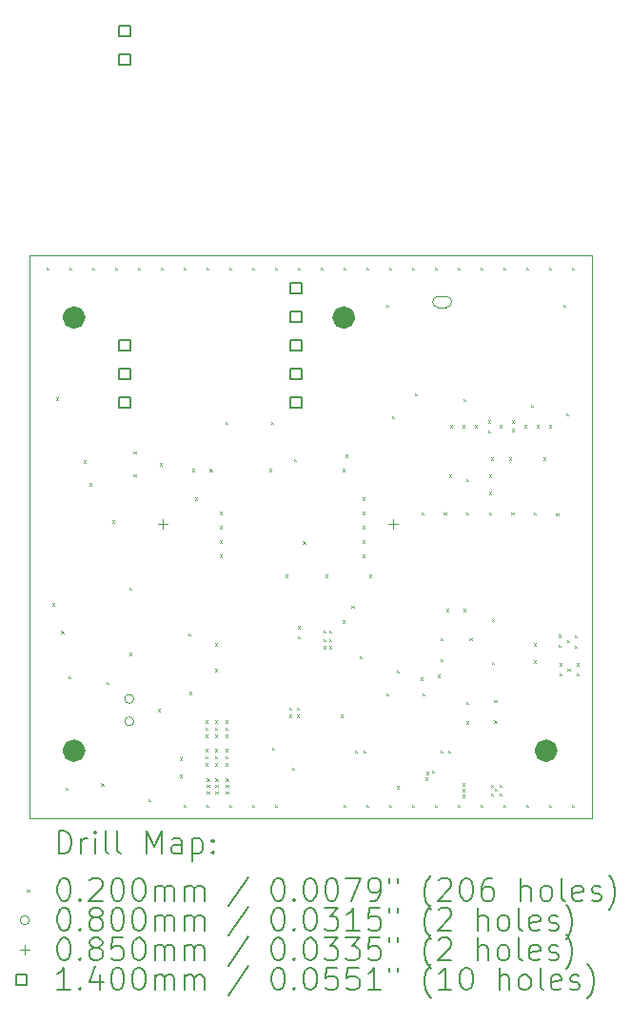
<source format=gbr>
%TF.GenerationSoftware,KiCad,Pcbnew,9.0.3*%
%TF.CreationDate,2025-08-23T15:15:25+02:00*%
%TF.ProjectId,fw-anwesenheit,66772d61-6e77-4657-9365-6e686569742e,rev?*%
%TF.SameCoordinates,Original*%
%TF.FileFunction,Drillmap*%
%TF.FilePolarity,Positive*%
%FSLAX45Y45*%
G04 Gerber Fmt 4.5, Leading zero omitted, Abs format (unit mm)*
G04 Created by KiCad (PCBNEW 9.0.3) date 2025-08-23 15:15:25*
%MOMM*%
%LPD*%
G01*
G04 APERTURE LIST*
%ADD10C,1.025000*%
%ADD11C,0.050000*%
%ADD12C,0.010000*%
%ADD13C,0.200000*%
%ADD14C,0.100000*%
%ADD15C,0.140000*%
G04 APERTURE END LIST*
D10*
X8551250Y-12350000D02*
G75*
G02*
X8448750Y-12350000I-51250J0D01*
G01*
X8448750Y-12350000D02*
G75*
G02*
X8551250Y-12350000I51250J0D01*
G01*
X8551250Y-8500000D02*
G75*
G02*
X8448750Y-8500000I-51250J0D01*
G01*
X8448750Y-8500000D02*
G75*
G02*
X8551250Y-8500000I51250J0D01*
G01*
D11*
X8104500Y-7950200D02*
X13104500Y-7950200D01*
X13104500Y-12950200D01*
X8104500Y-12950200D01*
X8104500Y-7950200D01*
D10*
X12751250Y-12350000D02*
G75*
G02*
X12648750Y-12350000I-51250J0D01*
G01*
X12648750Y-12350000D02*
G75*
G02*
X12751250Y-12350000I51250J0D01*
G01*
X10951250Y-8500000D02*
G75*
G02*
X10848750Y-8500000I-51250J0D01*
G01*
X10848750Y-8500000D02*
G75*
G02*
X10951250Y-8500000I51250J0D01*
G01*
D12*
X11740000Y-8310000D02*
X11810000Y-8310000D01*
X11810000Y-8410000D02*
X11740000Y-8410000D01*
X11690000Y-8360000D02*
G75*
G02*
X11740000Y-8310000I50000J0D01*
G01*
X11740000Y-8410000D02*
G75*
G02*
X11690000Y-8360000I0J50000D01*
G01*
X11810000Y-8310000D02*
G75*
G02*
X11860000Y-8360000I0J-50000D01*
G01*
X11860000Y-8360000D02*
G75*
G02*
X11810000Y-8410000I-50000J0D01*
G01*
D13*
D14*
X8257700Y-8054500D02*
X8277700Y-8074500D01*
X8277700Y-8054500D02*
X8257700Y-8074500D01*
X8308500Y-11039000D02*
X8328500Y-11059000D01*
X8328500Y-11039000D02*
X8308500Y-11059000D01*
X8340000Y-9211250D02*
X8360000Y-9231250D01*
X8360000Y-9211250D02*
X8340000Y-9231250D01*
X8385000Y-11286000D02*
X8405000Y-11306000D01*
X8405000Y-11286000D02*
X8385000Y-11306000D01*
X8422800Y-12677300D02*
X8442800Y-12697300D01*
X8442800Y-12677300D02*
X8422800Y-12697300D01*
X8448200Y-11686700D02*
X8468200Y-11706700D01*
X8468200Y-11686700D02*
X8448200Y-11706700D01*
X8460900Y-8054500D02*
X8480900Y-8074500D01*
X8480900Y-8054500D02*
X8460900Y-8074500D01*
X8587900Y-9769000D02*
X8607900Y-9789000D01*
X8607900Y-9769000D02*
X8587900Y-9789000D01*
X8638700Y-9972200D02*
X8658700Y-9992200D01*
X8658700Y-9972200D02*
X8638700Y-9992200D01*
X8664100Y-8054500D02*
X8684100Y-8074500D01*
X8684100Y-8054500D02*
X8664100Y-8074500D01*
X8740550Y-12639450D02*
X8760550Y-12659450D01*
X8760550Y-12639450D02*
X8740550Y-12659450D01*
X8791100Y-11737500D02*
X8811100Y-11757500D01*
X8811100Y-11737500D02*
X8791100Y-11757500D01*
X8841900Y-10302400D02*
X8861900Y-10322400D01*
X8861900Y-10302400D02*
X8841900Y-10322400D01*
X8867300Y-8054500D02*
X8887300Y-8074500D01*
X8887300Y-8054500D02*
X8867300Y-8074500D01*
X8990000Y-10898750D02*
X9010000Y-10918750D01*
X9010000Y-10898750D02*
X8990000Y-10918750D01*
X8990000Y-11481250D02*
X9010000Y-11501250D01*
X9010000Y-11481250D02*
X8990000Y-11501250D01*
X9031250Y-9690000D02*
X9051250Y-9710000D01*
X9051250Y-9690000D02*
X9031250Y-9710000D01*
X9031250Y-9890000D02*
X9051250Y-9910000D01*
X9051250Y-9890000D02*
X9031250Y-9910000D01*
X9070500Y-8054500D02*
X9090500Y-8074500D01*
X9090500Y-8054500D02*
X9070500Y-8074500D01*
X9159400Y-12778900D02*
X9179400Y-12798900D01*
X9179400Y-12778900D02*
X9159400Y-12798900D01*
X9248300Y-11978800D02*
X9268300Y-11998800D01*
X9268300Y-11978800D02*
X9248300Y-11998800D01*
X9261000Y-9794400D02*
X9281000Y-9814400D01*
X9281000Y-9794400D02*
X9261000Y-9814400D01*
X9273700Y-8054500D02*
X9293700Y-8074500D01*
X9293700Y-8054500D02*
X9273700Y-8074500D01*
X9438800Y-12410600D02*
X9458800Y-12430600D01*
X9458800Y-12410600D02*
X9438800Y-12430600D01*
X9438800Y-12563000D02*
X9458800Y-12583000D01*
X9458800Y-12563000D02*
X9438800Y-12583000D01*
X9476900Y-8054500D02*
X9496900Y-8074500D01*
X9496900Y-8054500D02*
X9476900Y-8074500D01*
X9476900Y-12829700D02*
X9496900Y-12849700D01*
X9496900Y-12829700D02*
X9476900Y-12849700D01*
X9515000Y-11305700D02*
X9535000Y-11325700D01*
X9535000Y-11305700D02*
X9515000Y-11325700D01*
X9527700Y-11826400D02*
X9547700Y-11846400D01*
X9547700Y-11826400D02*
X9527700Y-11846400D01*
X9551800Y-9845200D02*
X9571800Y-9865200D01*
X9571800Y-9845200D02*
X9551800Y-9865200D01*
X9578500Y-10099200D02*
X9598500Y-10119200D01*
X9598500Y-10099200D02*
X9578500Y-10119200D01*
X9667400Y-12080400D02*
X9687400Y-12100400D01*
X9687400Y-12080400D02*
X9667400Y-12100400D01*
X9667400Y-12143900D02*
X9687400Y-12163900D01*
X9687400Y-12143900D02*
X9667400Y-12163900D01*
X9667400Y-12207400D02*
X9687400Y-12227400D01*
X9687400Y-12207400D02*
X9667400Y-12227400D01*
X9667400Y-12334400D02*
X9687400Y-12354400D01*
X9687400Y-12334400D02*
X9667400Y-12354400D01*
X9667400Y-12397900D02*
X9687400Y-12417900D01*
X9687400Y-12397900D02*
X9667400Y-12417900D01*
X9667400Y-12461400D02*
X9687400Y-12481400D01*
X9687400Y-12461400D02*
X9667400Y-12481400D01*
X9680100Y-8054500D02*
X9700100Y-8074500D01*
X9700100Y-8054500D02*
X9680100Y-8074500D01*
X9680100Y-12829700D02*
X9700100Y-12849700D01*
X9700100Y-12829700D02*
X9680100Y-12849700D01*
X9682640Y-12598560D02*
X9702640Y-12618560D01*
X9702640Y-12598560D02*
X9682640Y-12618560D01*
X9682640Y-12654440D02*
X9702640Y-12674440D01*
X9702640Y-12654440D02*
X9682640Y-12674440D01*
X9682640Y-12710320D02*
X9702640Y-12730320D01*
X9702640Y-12710320D02*
X9682640Y-12730320D01*
X9706800Y-9845200D02*
X9726800Y-9865200D01*
X9726800Y-9845200D02*
X9706800Y-9865200D01*
X9756300Y-11394600D02*
X9776300Y-11414600D01*
X9776300Y-11394600D02*
X9756300Y-11414600D01*
X9756300Y-11623200D02*
X9776300Y-11643200D01*
X9776300Y-11623200D02*
X9756300Y-11643200D01*
X9756300Y-12080400D02*
X9776300Y-12100400D01*
X9776300Y-12080400D02*
X9756300Y-12100400D01*
X9756300Y-12143900D02*
X9776300Y-12163900D01*
X9776300Y-12143900D02*
X9756300Y-12163900D01*
X9756300Y-12207400D02*
X9776300Y-12227400D01*
X9776300Y-12207400D02*
X9756300Y-12227400D01*
X9756300Y-12334400D02*
X9776300Y-12354400D01*
X9776300Y-12334400D02*
X9756300Y-12354400D01*
X9756300Y-12397900D02*
X9776300Y-12417900D01*
X9776300Y-12397900D02*
X9756300Y-12417900D01*
X9756300Y-12461400D02*
X9776300Y-12481400D01*
X9776300Y-12461400D02*
X9756300Y-12481400D01*
X9758840Y-12598560D02*
X9778840Y-12618560D01*
X9778840Y-12598560D02*
X9758840Y-12618560D01*
X9758840Y-12654440D02*
X9778840Y-12674440D01*
X9778840Y-12654440D02*
X9758840Y-12674440D01*
X9758840Y-12710320D02*
X9778840Y-12730320D01*
X9778840Y-12710320D02*
X9758840Y-12730320D01*
X9794400Y-10226200D02*
X9814400Y-10246200D01*
X9814400Y-10226200D02*
X9794400Y-10246200D01*
X9794400Y-10353200D02*
X9814400Y-10373200D01*
X9814400Y-10353200D02*
X9794400Y-10373200D01*
X9794400Y-10480200D02*
X9814400Y-10500200D01*
X9814400Y-10480200D02*
X9794400Y-10500200D01*
X9794400Y-10607200D02*
X9814400Y-10627200D01*
X9814400Y-10607200D02*
X9794400Y-10627200D01*
X9845200Y-9426100D02*
X9865200Y-9446100D01*
X9865200Y-9426100D02*
X9845200Y-9446100D01*
X9845200Y-12080400D02*
X9865200Y-12100400D01*
X9865200Y-12080400D02*
X9845200Y-12100400D01*
X9845200Y-12143900D02*
X9865200Y-12163900D01*
X9865200Y-12143900D02*
X9845200Y-12163900D01*
X9845200Y-12207400D02*
X9865200Y-12227400D01*
X9865200Y-12207400D02*
X9845200Y-12227400D01*
X9845200Y-12334400D02*
X9865200Y-12354400D01*
X9865200Y-12334400D02*
X9845200Y-12354400D01*
X9845200Y-12397900D02*
X9865200Y-12417900D01*
X9865200Y-12397900D02*
X9845200Y-12417900D01*
X9845200Y-12461400D02*
X9865200Y-12481400D01*
X9865200Y-12461400D02*
X9845200Y-12481400D01*
X9850280Y-12598560D02*
X9870280Y-12618560D01*
X9870280Y-12598560D02*
X9850280Y-12618560D01*
X9850280Y-12654440D02*
X9870280Y-12674440D01*
X9870280Y-12654440D02*
X9850280Y-12674440D01*
X9850280Y-12710320D02*
X9870280Y-12730320D01*
X9870280Y-12710320D02*
X9850280Y-12730320D01*
X9883300Y-8054500D02*
X9903300Y-8074500D01*
X9903300Y-8054500D02*
X9883300Y-8074500D01*
X9883300Y-12829700D02*
X9903300Y-12849700D01*
X9903300Y-12829700D02*
X9883300Y-12849700D01*
X10086500Y-8054500D02*
X10106500Y-8074500D01*
X10106500Y-8054500D02*
X10086500Y-8074500D01*
X10086500Y-12829700D02*
X10106500Y-12849700D01*
X10106500Y-12829700D02*
X10086500Y-12849700D01*
X10238900Y-9845200D02*
X10258900Y-9865200D01*
X10258900Y-9845200D02*
X10238900Y-9865200D01*
X10251600Y-9426100D02*
X10271600Y-9446100D01*
X10271600Y-9426100D02*
X10251600Y-9446100D01*
X10264300Y-12321700D02*
X10284300Y-12341700D01*
X10284300Y-12321700D02*
X10264300Y-12341700D01*
X10289700Y-8054500D02*
X10309700Y-8074500D01*
X10309700Y-8054500D02*
X10289700Y-8074500D01*
X10289700Y-12829700D02*
X10309700Y-12849700D01*
X10309700Y-12829700D02*
X10289700Y-12849700D01*
X10378600Y-10785000D02*
X10398600Y-10805000D01*
X10398600Y-10785000D02*
X10378600Y-10805000D01*
X10416700Y-11966100D02*
X10436700Y-11986100D01*
X10436700Y-11966100D02*
X10416700Y-11986100D01*
X10416700Y-12029600D02*
X10436700Y-12049600D01*
X10436700Y-12029600D02*
X10416700Y-12049600D01*
X10442100Y-12499500D02*
X10462100Y-12519500D01*
X10462100Y-12499500D02*
X10442100Y-12519500D01*
X10454800Y-9756300D02*
X10474800Y-9776300D01*
X10474800Y-9756300D02*
X10454800Y-9776300D01*
X10480200Y-11966100D02*
X10500200Y-11986100D01*
X10500200Y-11966100D02*
X10480200Y-11986100D01*
X10480200Y-12029600D02*
X10500200Y-12049600D01*
X10500200Y-12029600D02*
X10480200Y-12049600D01*
X10492900Y-8054500D02*
X10512900Y-8074500D01*
X10512900Y-8054500D02*
X10492900Y-8074500D01*
X10492900Y-11242200D02*
X10512900Y-11262200D01*
X10512900Y-11242200D02*
X10492900Y-11262200D01*
X10492900Y-11331100D02*
X10512900Y-11351100D01*
X10512900Y-11331100D02*
X10492900Y-11351100D01*
X10537500Y-10490000D02*
X10557500Y-10510000D01*
X10557500Y-10490000D02*
X10537500Y-10510000D01*
X10696100Y-8054500D02*
X10716100Y-8074500D01*
X10716100Y-8054500D02*
X10696100Y-8074500D01*
X10721500Y-11280300D02*
X10741500Y-11300300D01*
X10741500Y-11280300D02*
X10721500Y-11300300D01*
X10721500Y-11356500D02*
X10741500Y-11376500D01*
X10741500Y-11356500D02*
X10721500Y-11376500D01*
X10721500Y-11420000D02*
X10741500Y-11440000D01*
X10741500Y-11420000D02*
X10721500Y-11440000D01*
X10734200Y-10785000D02*
X10754200Y-10805000D01*
X10754200Y-10785000D02*
X10734200Y-10805000D01*
X10772300Y-11280300D02*
X10792300Y-11300300D01*
X10792300Y-11280300D02*
X10772300Y-11300300D01*
X10772300Y-11356500D02*
X10792300Y-11376500D01*
X10792300Y-11356500D02*
X10772300Y-11376500D01*
X10772300Y-11420000D02*
X10792300Y-11440000D01*
X10792300Y-11420000D02*
X10772300Y-11440000D01*
X10873900Y-12029600D02*
X10893900Y-12049600D01*
X10893900Y-12029600D02*
X10873900Y-12049600D01*
X10886600Y-9845200D02*
X10906600Y-9865200D01*
X10906600Y-9845200D02*
X10886600Y-9865200D01*
X10886600Y-11191400D02*
X10906600Y-11211400D01*
X10906600Y-11191400D02*
X10886600Y-11211400D01*
X10899300Y-8054500D02*
X10919300Y-8074500D01*
X10919300Y-8054500D02*
X10899300Y-8074500D01*
X10899300Y-12829700D02*
X10919300Y-12849700D01*
X10919300Y-12829700D02*
X10899300Y-12849700D01*
X10912000Y-9718200D02*
X10932000Y-9738200D01*
X10932000Y-9718200D02*
X10912000Y-9738200D01*
X10969150Y-11058050D02*
X10989150Y-11078050D01*
X10989150Y-11058050D02*
X10969150Y-11078050D01*
X11000900Y-12347100D02*
X11020900Y-12367100D01*
X11020900Y-12347100D02*
X11000900Y-12367100D01*
X11039000Y-11508900D02*
X11059000Y-11528900D01*
X11059000Y-11508900D02*
X11039000Y-11528900D01*
X11064400Y-10099200D02*
X11084400Y-10119200D01*
X11084400Y-10099200D02*
X11064400Y-10119200D01*
X11064400Y-10226200D02*
X11084400Y-10246200D01*
X11084400Y-10226200D02*
X11064400Y-10246200D01*
X11064400Y-10353200D02*
X11084400Y-10373200D01*
X11084400Y-10353200D02*
X11064400Y-10373200D01*
X11064400Y-10480200D02*
X11084400Y-10500200D01*
X11084400Y-10480200D02*
X11064400Y-10500200D01*
X11064400Y-10607200D02*
X11084400Y-10627200D01*
X11084400Y-10607200D02*
X11064400Y-10627200D01*
X11077100Y-12347100D02*
X11097100Y-12367100D01*
X11097100Y-12347100D02*
X11077100Y-12367100D01*
X11102500Y-8054500D02*
X11122500Y-8074500D01*
X11122500Y-8054500D02*
X11102500Y-8074500D01*
X11102500Y-12829700D02*
X11122500Y-12849700D01*
X11122500Y-12829700D02*
X11102500Y-12849700D01*
X11127900Y-10785000D02*
X11147900Y-10805000D01*
X11147900Y-10785000D02*
X11127900Y-10805000D01*
X11280300Y-8384700D02*
X11300300Y-8404700D01*
X11300300Y-8384700D02*
X11280300Y-8404700D01*
X11280300Y-11839100D02*
X11300300Y-11859100D01*
X11300300Y-11839100D02*
X11280300Y-11859100D01*
X11305700Y-8054500D02*
X11325700Y-8074500D01*
X11325700Y-8054500D02*
X11305700Y-8074500D01*
X11305700Y-12829700D02*
X11325700Y-12849700D01*
X11325700Y-12829700D02*
X11305700Y-12849700D01*
X11331100Y-9375300D02*
X11351100Y-9395300D01*
X11351100Y-9375300D02*
X11331100Y-9395300D01*
X11369200Y-12664600D02*
X11389200Y-12684600D01*
X11389200Y-12664600D02*
X11369200Y-12684600D01*
X11372160Y-11633850D02*
X11392160Y-11653850D01*
X11392160Y-11633850D02*
X11372160Y-11653850D01*
X11508900Y-8054500D02*
X11528900Y-8074500D01*
X11528900Y-8054500D02*
X11508900Y-8074500D01*
X11508900Y-12829700D02*
X11528900Y-12849700D01*
X11528900Y-12829700D02*
X11508900Y-12849700D01*
X11534300Y-9172100D02*
X11554300Y-9192100D01*
X11554300Y-9172100D02*
X11534300Y-9192100D01*
X11585100Y-11699400D02*
X11605100Y-11719400D01*
X11605100Y-11699400D02*
X11585100Y-11719400D01*
X11590000Y-10231250D02*
X11610000Y-10251250D01*
X11610000Y-10231250D02*
X11590000Y-10251250D01*
X11597800Y-11839100D02*
X11617800Y-11859100D01*
X11617800Y-11839100D02*
X11597800Y-11859100D01*
X11623200Y-12588400D02*
X11643200Y-12608400D01*
X11643200Y-12588400D02*
X11623200Y-12608400D01*
X11635900Y-12537600D02*
X11655900Y-12557600D01*
X11655900Y-12537600D02*
X11635900Y-12557600D01*
X11686700Y-12524900D02*
X11706700Y-12544900D01*
X11706700Y-12524900D02*
X11686700Y-12544900D01*
X11712100Y-8054500D02*
X11732100Y-8074500D01*
X11732100Y-8054500D02*
X11712100Y-8074500D01*
X11712100Y-12829700D02*
X11732100Y-12849700D01*
X11732100Y-12829700D02*
X11712100Y-12849700D01*
X11737500Y-11674000D02*
X11757500Y-11694000D01*
X11757500Y-11674000D02*
X11737500Y-11694000D01*
X11760460Y-11346020D02*
X11780460Y-11366020D01*
X11780460Y-11346020D02*
X11760460Y-11366020D01*
X11760460Y-11534300D02*
X11780460Y-11554300D01*
X11780460Y-11534300D02*
X11760460Y-11554300D01*
X11762900Y-12347100D02*
X11782900Y-12367100D01*
X11782900Y-12347100D02*
X11762900Y-12367100D01*
X11790000Y-10231250D02*
X11810000Y-10251250D01*
X11810000Y-10231250D02*
X11790000Y-10251250D01*
X11813700Y-11089800D02*
X11833700Y-11109800D01*
X11833700Y-11089800D02*
X11813700Y-11109800D01*
X11826400Y-12347100D02*
X11846400Y-12367100D01*
X11846400Y-12347100D02*
X11826400Y-12367100D01*
X11839100Y-9896000D02*
X11859100Y-9916000D01*
X11859100Y-9896000D02*
X11839100Y-9916000D01*
X11845000Y-9455000D02*
X11865000Y-9475000D01*
X11865000Y-9455000D02*
X11845000Y-9475000D01*
X11915300Y-8054500D02*
X11935300Y-8074500D01*
X11935300Y-8054500D02*
X11915300Y-8074500D01*
X11915300Y-12829700D02*
X11935300Y-12849700D01*
X11935300Y-12829700D02*
X11915300Y-12849700D01*
X11953400Y-12639200D02*
X11973400Y-12659200D01*
X11973400Y-12639200D02*
X11953400Y-12659200D01*
X11953400Y-12690000D02*
X11973400Y-12710000D01*
X11973400Y-12690000D02*
X11953400Y-12710000D01*
X11953400Y-12740800D02*
X11973400Y-12760800D01*
X11973400Y-12740800D02*
X11953400Y-12760800D01*
X11955000Y-9455000D02*
X11975000Y-9475000D01*
X11975000Y-9455000D02*
X11955000Y-9475000D01*
X11966100Y-9222900D02*
X11986100Y-9242900D01*
X11986100Y-9222900D02*
X11966100Y-9242900D01*
X11966100Y-11089800D02*
X11986100Y-11109800D01*
X11986100Y-11089800D02*
X11966100Y-11109800D01*
X11990000Y-10231250D02*
X12010000Y-10251250D01*
X12010000Y-10231250D02*
X11990000Y-10251250D01*
X11990000Y-12090000D02*
X12010000Y-12110000D01*
X12010000Y-12090000D02*
X11990000Y-12110000D01*
X11991500Y-9934100D02*
X12011500Y-9954100D01*
X12011500Y-9934100D02*
X11991500Y-9954100D01*
X11991500Y-11915300D02*
X12011500Y-11935300D01*
X12011500Y-11915300D02*
X11991500Y-11935300D01*
X12019440Y-11348880D02*
X12039440Y-11368880D01*
X12039440Y-11348880D02*
X12019440Y-11368880D01*
X12065000Y-9455000D02*
X12085000Y-9475000D01*
X12085000Y-9455000D02*
X12065000Y-9475000D01*
X12118500Y-8054500D02*
X12138500Y-8074500D01*
X12138500Y-8054500D02*
X12118500Y-8074500D01*
X12118500Y-12829700D02*
X12138500Y-12849700D01*
X12138500Y-12829700D02*
X12118500Y-12849700D01*
X12182000Y-9413400D02*
X12202000Y-9433400D01*
X12202000Y-9413400D02*
X12182000Y-9433400D01*
X12182000Y-9502300D02*
X12202000Y-9522300D01*
X12202000Y-9502300D02*
X12182000Y-9522300D01*
X12190000Y-10048750D02*
X12210000Y-10068750D01*
X12210000Y-10048750D02*
X12190000Y-10068750D01*
X12190000Y-10231250D02*
X12210000Y-10251250D01*
X12210000Y-10231250D02*
X12190000Y-10251250D01*
X12194700Y-9896000D02*
X12214700Y-9916000D01*
X12214700Y-9896000D02*
X12194700Y-9916000D01*
X12207400Y-9743600D02*
X12227400Y-9763600D01*
X12227400Y-9743600D02*
X12207400Y-9763600D01*
X12207400Y-12651900D02*
X12227400Y-12671900D01*
X12227400Y-12651900D02*
X12207400Y-12671900D01*
X12207400Y-12728100D02*
X12227400Y-12748100D01*
X12227400Y-12728100D02*
X12207400Y-12748100D01*
X12220100Y-11178700D02*
X12240100Y-11198700D01*
X12240100Y-11178700D02*
X12220100Y-11198700D01*
X12220100Y-11559700D02*
X12240100Y-11579700D01*
X12240100Y-11559700D02*
X12220100Y-11579700D01*
X12240000Y-11898750D02*
X12260000Y-11918750D01*
X12260000Y-11898750D02*
X12240000Y-11918750D01*
X12240000Y-12081250D02*
X12260000Y-12101250D01*
X12260000Y-12081250D02*
X12240000Y-12101250D01*
X12242960Y-12684920D02*
X12262960Y-12704920D01*
X12262960Y-12684920D02*
X12242960Y-12704920D01*
X12283600Y-9455000D02*
X12303600Y-9475000D01*
X12303600Y-9455000D02*
X12283600Y-9475000D01*
X12283600Y-12651900D02*
X12303600Y-12671900D01*
X12303600Y-12651900D02*
X12283600Y-12671900D01*
X12283600Y-12728100D02*
X12303600Y-12748100D01*
X12303600Y-12728100D02*
X12283600Y-12748100D01*
X12321700Y-8054500D02*
X12341700Y-8074500D01*
X12341700Y-8054500D02*
X12321700Y-8074500D01*
X12321700Y-12829700D02*
X12341700Y-12849700D01*
X12341700Y-12829700D02*
X12321700Y-12849700D01*
X12372500Y-9743600D02*
X12392500Y-9763600D01*
X12392500Y-9743600D02*
X12372500Y-9763600D01*
X12390000Y-10231250D02*
X12410000Y-10251250D01*
X12410000Y-10231250D02*
X12390000Y-10251250D01*
X12397900Y-9413400D02*
X12417900Y-9433400D01*
X12417900Y-9413400D02*
X12397900Y-9433400D01*
X12397900Y-9489600D02*
X12417900Y-9509600D01*
X12417900Y-9489600D02*
X12397900Y-9509600D01*
X12505000Y-9455000D02*
X12525000Y-9475000D01*
X12525000Y-9455000D02*
X12505000Y-9475000D01*
X12524900Y-8054500D02*
X12544900Y-8074500D01*
X12544900Y-8054500D02*
X12524900Y-8074500D01*
X12524900Y-12829700D02*
X12544900Y-12849700D01*
X12544900Y-12829700D02*
X12524900Y-12849700D01*
X12563000Y-9273700D02*
X12583000Y-9293700D01*
X12583000Y-9273700D02*
X12563000Y-9293700D01*
X12588400Y-11394600D02*
X12608400Y-11414600D01*
X12608400Y-11394600D02*
X12588400Y-11414600D01*
X12588400Y-11547000D02*
X12608400Y-11567000D01*
X12608400Y-11547000D02*
X12588400Y-11567000D01*
X12590000Y-10231250D02*
X12610000Y-10251250D01*
X12610000Y-10231250D02*
X12590000Y-10251250D01*
X12615000Y-9455000D02*
X12635000Y-9475000D01*
X12635000Y-9455000D02*
X12615000Y-9475000D01*
X12677300Y-9743600D02*
X12697300Y-9763600D01*
X12697300Y-9743600D02*
X12677300Y-9763600D01*
X12725000Y-9455000D02*
X12745000Y-9475000D01*
X12745000Y-9455000D02*
X12725000Y-9475000D01*
X12728100Y-8054500D02*
X12748100Y-8074500D01*
X12748100Y-8054500D02*
X12728100Y-8074500D01*
X12728100Y-12829700D02*
X12748100Y-12849700D01*
X12748100Y-12829700D02*
X12728100Y-12849700D01*
X12790000Y-10240000D02*
X12810000Y-10260000D01*
X12810000Y-10240000D02*
X12790000Y-10260000D01*
X12811920Y-11318400D02*
X12831920Y-11338400D01*
X12831920Y-11318400D02*
X12811920Y-11338400D01*
X12811920Y-11409840D02*
X12831920Y-11429840D01*
X12831920Y-11409840D02*
X12811920Y-11429840D01*
X12817000Y-11572400D02*
X12837000Y-11592400D01*
X12837000Y-11572400D02*
X12817000Y-11592400D01*
X12817000Y-11661300D02*
X12837000Y-11681300D01*
X12837000Y-11661300D02*
X12817000Y-11681300D01*
X12855100Y-8384700D02*
X12875100Y-8404700D01*
X12875100Y-8384700D02*
X12855100Y-8404700D01*
X12880500Y-9349900D02*
X12900500Y-9369900D01*
X12900500Y-9349900D02*
X12880500Y-9369900D01*
X12888120Y-11364120D02*
X12908120Y-11384120D01*
X12908120Y-11364120D02*
X12888120Y-11384120D01*
X12890000Y-11617000D02*
X12910000Y-11637000D01*
X12910000Y-11617000D02*
X12890000Y-11637000D01*
X12931300Y-8054500D02*
X12951300Y-8074500D01*
X12951300Y-8054500D02*
X12931300Y-8074500D01*
X12931300Y-12829700D02*
X12951300Y-12849700D01*
X12951300Y-12829700D02*
X12931300Y-12849700D01*
X12954160Y-11323480D02*
X12974160Y-11343480D01*
X12974160Y-11323480D02*
X12954160Y-11343480D01*
X12954160Y-11414920D02*
X12974160Y-11434920D01*
X12974160Y-11414920D02*
X12954160Y-11434920D01*
X12969400Y-11572400D02*
X12989400Y-11592400D01*
X12989400Y-11572400D02*
X12969400Y-11592400D01*
X12969400Y-11661300D02*
X12989400Y-11681300D01*
X12989400Y-11661300D02*
X12969400Y-11681300D01*
X9031600Y-11888800D02*
G75*
G02*
X8951600Y-11888800I-40000J0D01*
G01*
X8951600Y-11888800D02*
G75*
G02*
X9031600Y-11888800I40000J0D01*
G01*
X9031600Y-12088800D02*
G75*
G02*
X8951600Y-12088800I-40000J0D01*
G01*
X8951600Y-12088800D02*
G75*
G02*
X9031600Y-12088800I40000J0D01*
G01*
X9291100Y-10295300D02*
X9291100Y-10380300D01*
X9248600Y-10337800D02*
X9333600Y-10337800D01*
X11341100Y-10295300D02*
X11341100Y-10380300D01*
X11298600Y-10337800D02*
X11383600Y-10337800D01*
D15*
X8999498Y-6001498D02*
X8999498Y-5902502D01*
X8900502Y-5902502D01*
X8900502Y-6001498D01*
X8999498Y-6001498D01*
X8999498Y-6255498D02*
X8999498Y-6156502D01*
X8900502Y-6156502D01*
X8900502Y-6255498D01*
X8999498Y-6255498D01*
X8999498Y-8795498D02*
X8999498Y-8696502D01*
X8900502Y-8696502D01*
X8900502Y-8795498D01*
X8999498Y-8795498D01*
X8999498Y-9049498D02*
X8999498Y-8950502D01*
X8900502Y-8950502D01*
X8900502Y-9049498D01*
X8999498Y-9049498D01*
X8999498Y-9303498D02*
X8999498Y-9204502D01*
X8900502Y-9204502D01*
X8900502Y-9303498D01*
X8999498Y-9303498D01*
X10523498Y-8287498D02*
X10523498Y-8188502D01*
X10424502Y-8188502D01*
X10424502Y-8287498D01*
X10523498Y-8287498D01*
X10523498Y-8541498D02*
X10523498Y-8442502D01*
X10424502Y-8442502D01*
X10424502Y-8541498D01*
X10523498Y-8541498D01*
X10523498Y-8795498D02*
X10523498Y-8696502D01*
X10424502Y-8696502D01*
X10424502Y-8795498D01*
X10523498Y-8795498D01*
X10523498Y-9049498D02*
X10523498Y-8950502D01*
X10424502Y-8950502D01*
X10424502Y-9049498D01*
X10523498Y-9049498D01*
X10523498Y-9303498D02*
X10523498Y-9204502D01*
X10424502Y-9204502D01*
X10424502Y-9303498D01*
X10523498Y-9303498D01*
D13*
X8362777Y-13264184D02*
X8362777Y-13064184D01*
X8362777Y-13064184D02*
X8410396Y-13064184D01*
X8410396Y-13064184D02*
X8438967Y-13073708D01*
X8438967Y-13073708D02*
X8458015Y-13092755D01*
X8458015Y-13092755D02*
X8467539Y-13111803D01*
X8467539Y-13111803D02*
X8477063Y-13149898D01*
X8477063Y-13149898D02*
X8477063Y-13178469D01*
X8477063Y-13178469D02*
X8467539Y-13216565D01*
X8467539Y-13216565D02*
X8458015Y-13235612D01*
X8458015Y-13235612D02*
X8438967Y-13254660D01*
X8438967Y-13254660D02*
X8410396Y-13264184D01*
X8410396Y-13264184D02*
X8362777Y-13264184D01*
X8562777Y-13264184D02*
X8562777Y-13130850D01*
X8562777Y-13168946D02*
X8572301Y-13149898D01*
X8572301Y-13149898D02*
X8581824Y-13140374D01*
X8581824Y-13140374D02*
X8600872Y-13130850D01*
X8600872Y-13130850D02*
X8619920Y-13130850D01*
X8686586Y-13264184D02*
X8686586Y-13130850D01*
X8686586Y-13064184D02*
X8677063Y-13073708D01*
X8677063Y-13073708D02*
X8686586Y-13083231D01*
X8686586Y-13083231D02*
X8696110Y-13073708D01*
X8696110Y-13073708D02*
X8686586Y-13064184D01*
X8686586Y-13064184D02*
X8686586Y-13083231D01*
X8810396Y-13264184D02*
X8791348Y-13254660D01*
X8791348Y-13254660D02*
X8781824Y-13235612D01*
X8781824Y-13235612D02*
X8781824Y-13064184D01*
X8915158Y-13264184D02*
X8896110Y-13254660D01*
X8896110Y-13254660D02*
X8886586Y-13235612D01*
X8886586Y-13235612D02*
X8886586Y-13064184D01*
X9143729Y-13264184D02*
X9143729Y-13064184D01*
X9143729Y-13064184D02*
X9210396Y-13207041D01*
X9210396Y-13207041D02*
X9277063Y-13064184D01*
X9277063Y-13064184D02*
X9277063Y-13264184D01*
X9458015Y-13264184D02*
X9458015Y-13159422D01*
X9458015Y-13159422D02*
X9448491Y-13140374D01*
X9448491Y-13140374D02*
X9429444Y-13130850D01*
X9429444Y-13130850D02*
X9391348Y-13130850D01*
X9391348Y-13130850D02*
X9372301Y-13140374D01*
X9458015Y-13254660D02*
X9438967Y-13264184D01*
X9438967Y-13264184D02*
X9391348Y-13264184D01*
X9391348Y-13264184D02*
X9372301Y-13254660D01*
X9372301Y-13254660D02*
X9362777Y-13235612D01*
X9362777Y-13235612D02*
X9362777Y-13216565D01*
X9362777Y-13216565D02*
X9372301Y-13197517D01*
X9372301Y-13197517D02*
X9391348Y-13187993D01*
X9391348Y-13187993D02*
X9438967Y-13187993D01*
X9438967Y-13187993D02*
X9458015Y-13178469D01*
X9553253Y-13130850D02*
X9553253Y-13330850D01*
X9553253Y-13140374D02*
X9572301Y-13130850D01*
X9572301Y-13130850D02*
X9610396Y-13130850D01*
X9610396Y-13130850D02*
X9629444Y-13140374D01*
X9629444Y-13140374D02*
X9638967Y-13149898D01*
X9638967Y-13149898D02*
X9648491Y-13168946D01*
X9648491Y-13168946D02*
X9648491Y-13226088D01*
X9648491Y-13226088D02*
X9638967Y-13245136D01*
X9638967Y-13245136D02*
X9629444Y-13254660D01*
X9629444Y-13254660D02*
X9610396Y-13264184D01*
X9610396Y-13264184D02*
X9572301Y-13264184D01*
X9572301Y-13264184D02*
X9553253Y-13254660D01*
X9734205Y-13245136D02*
X9743729Y-13254660D01*
X9743729Y-13254660D02*
X9734205Y-13264184D01*
X9734205Y-13264184D02*
X9724682Y-13254660D01*
X9724682Y-13254660D02*
X9734205Y-13245136D01*
X9734205Y-13245136D02*
X9734205Y-13264184D01*
X9734205Y-13140374D02*
X9743729Y-13149898D01*
X9743729Y-13149898D02*
X9734205Y-13159422D01*
X9734205Y-13159422D02*
X9724682Y-13149898D01*
X9724682Y-13149898D02*
X9734205Y-13140374D01*
X9734205Y-13140374D02*
X9734205Y-13159422D01*
D14*
X8082000Y-13582700D02*
X8102000Y-13602700D01*
X8102000Y-13582700D02*
X8082000Y-13602700D01*
D13*
X8400872Y-13484184D02*
X8419920Y-13484184D01*
X8419920Y-13484184D02*
X8438967Y-13493708D01*
X8438967Y-13493708D02*
X8448491Y-13503231D01*
X8448491Y-13503231D02*
X8458015Y-13522279D01*
X8458015Y-13522279D02*
X8467539Y-13560374D01*
X8467539Y-13560374D02*
X8467539Y-13607993D01*
X8467539Y-13607993D02*
X8458015Y-13646088D01*
X8458015Y-13646088D02*
X8448491Y-13665136D01*
X8448491Y-13665136D02*
X8438967Y-13674660D01*
X8438967Y-13674660D02*
X8419920Y-13684184D01*
X8419920Y-13684184D02*
X8400872Y-13684184D01*
X8400872Y-13684184D02*
X8381824Y-13674660D01*
X8381824Y-13674660D02*
X8372301Y-13665136D01*
X8372301Y-13665136D02*
X8362777Y-13646088D01*
X8362777Y-13646088D02*
X8353253Y-13607993D01*
X8353253Y-13607993D02*
X8353253Y-13560374D01*
X8353253Y-13560374D02*
X8362777Y-13522279D01*
X8362777Y-13522279D02*
X8372301Y-13503231D01*
X8372301Y-13503231D02*
X8381824Y-13493708D01*
X8381824Y-13493708D02*
X8400872Y-13484184D01*
X8553253Y-13665136D02*
X8562777Y-13674660D01*
X8562777Y-13674660D02*
X8553253Y-13684184D01*
X8553253Y-13684184D02*
X8543729Y-13674660D01*
X8543729Y-13674660D02*
X8553253Y-13665136D01*
X8553253Y-13665136D02*
X8553253Y-13684184D01*
X8638967Y-13503231D02*
X8648491Y-13493708D01*
X8648491Y-13493708D02*
X8667539Y-13484184D01*
X8667539Y-13484184D02*
X8715158Y-13484184D01*
X8715158Y-13484184D02*
X8734205Y-13493708D01*
X8734205Y-13493708D02*
X8743729Y-13503231D01*
X8743729Y-13503231D02*
X8753253Y-13522279D01*
X8753253Y-13522279D02*
X8753253Y-13541327D01*
X8753253Y-13541327D02*
X8743729Y-13569898D01*
X8743729Y-13569898D02*
X8629444Y-13684184D01*
X8629444Y-13684184D02*
X8753253Y-13684184D01*
X8877063Y-13484184D02*
X8896110Y-13484184D01*
X8896110Y-13484184D02*
X8915158Y-13493708D01*
X8915158Y-13493708D02*
X8924682Y-13503231D01*
X8924682Y-13503231D02*
X8934205Y-13522279D01*
X8934205Y-13522279D02*
X8943729Y-13560374D01*
X8943729Y-13560374D02*
X8943729Y-13607993D01*
X8943729Y-13607993D02*
X8934205Y-13646088D01*
X8934205Y-13646088D02*
X8924682Y-13665136D01*
X8924682Y-13665136D02*
X8915158Y-13674660D01*
X8915158Y-13674660D02*
X8896110Y-13684184D01*
X8896110Y-13684184D02*
X8877063Y-13684184D01*
X8877063Y-13684184D02*
X8858015Y-13674660D01*
X8858015Y-13674660D02*
X8848491Y-13665136D01*
X8848491Y-13665136D02*
X8838967Y-13646088D01*
X8838967Y-13646088D02*
X8829444Y-13607993D01*
X8829444Y-13607993D02*
X8829444Y-13560374D01*
X8829444Y-13560374D02*
X8838967Y-13522279D01*
X8838967Y-13522279D02*
X8848491Y-13503231D01*
X8848491Y-13503231D02*
X8858015Y-13493708D01*
X8858015Y-13493708D02*
X8877063Y-13484184D01*
X9067539Y-13484184D02*
X9086586Y-13484184D01*
X9086586Y-13484184D02*
X9105634Y-13493708D01*
X9105634Y-13493708D02*
X9115158Y-13503231D01*
X9115158Y-13503231D02*
X9124682Y-13522279D01*
X9124682Y-13522279D02*
X9134205Y-13560374D01*
X9134205Y-13560374D02*
X9134205Y-13607993D01*
X9134205Y-13607993D02*
X9124682Y-13646088D01*
X9124682Y-13646088D02*
X9115158Y-13665136D01*
X9115158Y-13665136D02*
X9105634Y-13674660D01*
X9105634Y-13674660D02*
X9086586Y-13684184D01*
X9086586Y-13684184D02*
X9067539Y-13684184D01*
X9067539Y-13684184D02*
X9048491Y-13674660D01*
X9048491Y-13674660D02*
X9038967Y-13665136D01*
X9038967Y-13665136D02*
X9029444Y-13646088D01*
X9029444Y-13646088D02*
X9019920Y-13607993D01*
X9019920Y-13607993D02*
X9019920Y-13560374D01*
X9019920Y-13560374D02*
X9029444Y-13522279D01*
X9029444Y-13522279D02*
X9038967Y-13503231D01*
X9038967Y-13503231D02*
X9048491Y-13493708D01*
X9048491Y-13493708D02*
X9067539Y-13484184D01*
X9219920Y-13684184D02*
X9219920Y-13550850D01*
X9219920Y-13569898D02*
X9229444Y-13560374D01*
X9229444Y-13560374D02*
X9248491Y-13550850D01*
X9248491Y-13550850D02*
X9277063Y-13550850D01*
X9277063Y-13550850D02*
X9296110Y-13560374D01*
X9296110Y-13560374D02*
X9305634Y-13579422D01*
X9305634Y-13579422D02*
X9305634Y-13684184D01*
X9305634Y-13579422D02*
X9315158Y-13560374D01*
X9315158Y-13560374D02*
X9334205Y-13550850D01*
X9334205Y-13550850D02*
X9362777Y-13550850D01*
X9362777Y-13550850D02*
X9381825Y-13560374D01*
X9381825Y-13560374D02*
X9391348Y-13579422D01*
X9391348Y-13579422D02*
X9391348Y-13684184D01*
X9486586Y-13684184D02*
X9486586Y-13550850D01*
X9486586Y-13569898D02*
X9496110Y-13560374D01*
X9496110Y-13560374D02*
X9515158Y-13550850D01*
X9515158Y-13550850D02*
X9543729Y-13550850D01*
X9543729Y-13550850D02*
X9562777Y-13560374D01*
X9562777Y-13560374D02*
X9572301Y-13579422D01*
X9572301Y-13579422D02*
X9572301Y-13684184D01*
X9572301Y-13579422D02*
X9581825Y-13560374D01*
X9581825Y-13560374D02*
X9600872Y-13550850D01*
X9600872Y-13550850D02*
X9629444Y-13550850D01*
X9629444Y-13550850D02*
X9648491Y-13560374D01*
X9648491Y-13560374D02*
X9658015Y-13579422D01*
X9658015Y-13579422D02*
X9658015Y-13684184D01*
X10048491Y-13474660D02*
X9877063Y-13731803D01*
X10305634Y-13484184D02*
X10324682Y-13484184D01*
X10324682Y-13484184D02*
X10343729Y-13493708D01*
X10343729Y-13493708D02*
X10353253Y-13503231D01*
X10353253Y-13503231D02*
X10362777Y-13522279D01*
X10362777Y-13522279D02*
X10372301Y-13560374D01*
X10372301Y-13560374D02*
X10372301Y-13607993D01*
X10372301Y-13607993D02*
X10362777Y-13646088D01*
X10362777Y-13646088D02*
X10353253Y-13665136D01*
X10353253Y-13665136D02*
X10343729Y-13674660D01*
X10343729Y-13674660D02*
X10324682Y-13684184D01*
X10324682Y-13684184D02*
X10305634Y-13684184D01*
X10305634Y-13684184D02*
X10286587Y-13674660D01*
X10286587Y-13674660D02*
X10277063Y-13665136D01*
X10277063Y-13665136D02*
X10267539Y-13646088D01*
X10267539Y-13646088D02*
X10258015Y-13607993D01*
X10258015Y-13607993D02*
X10258015Y-13560374D01*
X10258015Y-13560374D02*
X10267539Y-13522279D01*
X10267539Y-13522279D02*
X10277063Y-13503231D01*
X10277063Y-13503231D02*
X10286587Y-13493708D01*
X10286587Y-13493708D02*
X10305634Y-13484184D01*
X10458015Y-13665136D02*
X10467539Y-13674660D01*
X10467539Y-13674660D02*
X10458015Y-13684184D01*
X10458015Y-13684184D02*
X10448491Y-13674660D01*
X10448491Y-13674660D02*
X10458015Y-13665136D01*
X10458015Y-13665136D02*
X10458015Y-13684184D01*
X10591348Y-13484184D02*
X10610396Y-13484184D01*
X10610396Y-13484184D02*
X10629444Y-13493708D01*
X10629444Y-13493708D02*
X10638968Y-13503231D01*
X10638968Y-13503231D02*
X10648491Y-13522279D01*
X10648491Y-13522279D02*
X10658015Y-13560374D01*
X10658015Y-13560374D02*
X10658015Y-13607993D01*
X10658015Y-13607993D02*
X10648491Y-13646088D01*
X10648491Y-13646088D02*
X10638968Y-13665136D01*
X10638968Y-13665136D02*
X10629444Y-13674660D01*
X10629444Y-13674660D02*
X10610396Y-13684184D01*
X10610396Y-13684184D02*
X10591348Y-13684184D01*
X10591348Y-13684184D02*
X10572301Y-13674660D01*
X10572301Y-13674660D02*
X10562777Y-13665136D01*
X10562777Y-13665136D02*
X10553253Y-13646088D01*
X10553253Y-13646088D02*
X10543729Y-13607993D01*
X10543729Y-13607993D02*
X10543729Y-13560374D01*
X10543729Y-13560374D02*
X10553253Y-13522279D01*
X10553253Y-13522279D02*
X10562777Y-13503231D01*
X10562777Y-13503231D02*
X10572301Y-13493708D01*
X10572301Y-13493708D02*
X10591348Y-13484184D01*
X10781825Y-13484184D02*
X10800872Y-13484184D01*
X10800872Y-13484184D02*
X10819920Y-13493708D01*
X10819920Y-13493708D02*
X10829444Y-13503231D01*
X10829444Y-13503231D02*
X10838968Y-13522279D01*
X10838968Y-13522279D02*
X10848491Y-13560374D01*
X10848491Y-13560374D02*
X10848491Y-13607993D01*
X10848491Y-13607993D02*
X10838968Y-13646088D01*
X10838968Y-13646088D02*
X10829444Y-13665136D01*
X10829444Y-13665136D02*
X10819920Y-13674660D01*
X10819920Y-13674660D02*
X10800872Y-13684184D01*
X10800872Y-13684184D02*
X10781825Y-13684184D01*
X10781825Y-13684184D02*
X10762777Y-13674660D01*
X10762777Y-13674660D02*
X10753253Y-13665136D01*
X10753253Y-13665136D02*
X10743729Y-13646088D01*
X10743729Y-13646088D02*
X10734206Y-13607993D01*
X10734206Y-13607993D02*
X10734206Y-13560374D01*
X10734206Y-13560374D02*
X10743729Y-13522279D01*
X10743729Y-13522279D02*
X10753253Y-13503231D01*
X10753253Y-13503231D02*
X10762777Y-13493708D01*
X10762777Y-13493708D02*
X10781825Y-13484184D01*
X10915158Y-13484184D02*
X11048491Y-13484184D01*
X11048491Y-13484184D02*
X10962777Y-13684184D01*
X11134206Y-13684184D02*
X11172301Y-13684184D01*
X11172301Y-13684184D02*
X11191348Y-13674660D01*
X11191348Y-13674660D02*
X11200872Y-13665136D01*
X11200872Y-13665136D02*
X11219920Y-13636565D01*
X11219920Y-13636565D02*
X11229444Y-13598469D01*
X11229444Y-13598469D02*
X11229444Y-13522279D01*
X11229444Y-13522279D02*
X11219920Y-13503231D01*
X11219920Y-13503231D02*
X11210396Y-13493708D01*
X11210396Y-13493708D02*
X11191348Y-13484184D01*
X11191348Y-13484184D02*
X11153253Y-13484184D01*
X11153253Y-13484184D02*
X11134206Y-13493708D01*
X11134206Y-13493708D02*
X11124682Y-13503231D01*
X11124682Y-13503231D02*
X11115158Y-13522279D01*
X11115158Y-13522279D02*
X11115158Y-13569898D01*
X11115158Y-13569898D02*
X11124682Y-13588946D01*
X11124682Y-13588946D02*
X11134206Y-13598469D01*
X11134206Y-13598469D02*
X11153253Y-13607993D01*
X11153253Y-13607993D02*
X11191348Y-13607993D01*
X11191348Y-13607993D02*
X11210396Y-13598469D01*
X11210396Y-13598469D02*
X11219920Y-13588946D01*
X11219920Y-13588946D02*
X11229444Y-13569898D01*
X11305634Y-13484184D02*
X11305634Y-13522279D01*
X11381825Y-13484184D02*
X11381825Y-13522279D01*
X11677063Y-13760374D02*
X11667539Y-13750850D01*
X11667539Y-13750850D02*
X11648491Y-13722279D01*
X11648491Y-13722279D02*
X11638968Y-13703231D01*
X11638968Y-13703231D02*
X11629444Y-13674660D01*
X11629444Y-13674660D02*
X11619920Y-13627041D01*
X11619920Y-13627041D02*
X11619920Y-13588946D01*
X11619920Y-13588946D02*
X11629444Y-13541327D01*
X11629444Y-13541327D02*
X11638968Y-13512755D01*
X11638968Y-13512755D02*
X11648491Y-13493708D01*
X11648491Y-13493708D02*
X11667539Y-13465136D01*
X11667539Y-13465136D02*
X11677063Y-13455612D01*
X11743729Y-13503231D02*
X11753253Y-13493708D01*
X11753253Y-13493708D02*
X11772301Y-13484184D01*
X11772301Y-13484184D02*
X11819920Y-13484184D01*
X11819920Y-13484184D02*
X11838968Y-13493708D01*
X11838968Y-13493708D02*
X11848491Y-13503231D01*
X11848491Y-13503231D02*
X11858015Y-13522279D01*
X11858015Y-13522279D02*
X11858015Y-13541327D01*
X11858015Y-13541327D02*
X11848491Y-13569898D01*
X11848491Y-13569898D02*
X11734206Y-13684184D01*
X11734206Y-13684184D02*
X11858015Y-13684184D01*
X11981825Y-13484184D02*
X12000872Y-13484184D01*
X12000872Y-13484184D02*
X12019920Y-13493708D01*
X12019920Y-13493708D02*
X12029444Y-13503231D01*
X12029444Y-13503231D02*
X12038968Y-13522279D01*
X12038968Y-13522279D02*
X12048491Y-13560374D01*
X12048491Y-13560374D02*
X12048491Y-13607993D01*
X12048491Y-13607993D02*
X12038968Y-13646088D01*
X12038968Y-13646088D02*
X12029444Y-13665136D01*
X12029444Y-13665136D02*
X12019920Y-13674660D01*
X12019920Y-13674660D02*
X12000872Y-13684184D01*
X12000872Y-13684184D02*
X11981825Y-13684184D01*
X11981825Y-13684184D02*
X11962777Y-13674660D01*
X11962777Y-13674660D02*
X11953253Y-13665136D01*
X11953253Y-13665136D02*
X11943729Y-13646088D01*
X11943729Y-13646088D02*
X11934206Y-13607993D01*
X11934206Y-13607993D02*
X11934206Y-13560374D01*
X11934206Y-13560374D02*
X11943729Y-13522279D01*
X11943729Y-13522279D02*
X11953253Y-13503231D01*
X11953253Y-13503231D02*
X11962777Y-13493708D01*
X11962777Y-13493708D02*
X11981825Y-13484184D01*
X12219920Y-13484184D02*
X12181825Y-13484184D01*
X12181825Y-13484184D02*
X12162777Y-13493708D01*
X12162777Y-13493708D02*
X12153253Y-13503231D01*
X12153253Y-13503231D02*
X12134206Y-13531803D01*
X12134206Y-13531803D02*
X12124682Y-13569898D01*
X12124682Y-13569898D02*
X12124682Y-13646088D01*
X12124682Y-13646088D02*
X12134206Y-13665136D01*
X12134206Y-13665136D02*
X12143729Y-13674660D01*
X12143729Y-13674660D02*
X12162777Y-13684184D01*
X12162777Y-13684184D02*
X12200872Y-13684184D01*
X12200872Y-13684184D02*
X12219920Y-13674660D01*
X12219920Y-13674660D02*
X12229444Y-13665136D01*
X12229444Y-13665136D02*
X12238968Y-13646088D01*
X12238968Y-13646088D02*
X12238968Y-13598469D01*
X12238968Y-13598469D02*
X12229444Y-13579422D01*
X12229444Y-13579422D02*
X12219920Y-13569898D01*
X12219920Y-13569898D02*
X12200872Y-13560374D01*
X12200872Y-13560374D02*
X12162777Y-13560374D01*
X12162777Y-13560374D02*
X12143729Y-13569898D01*
X12143729Y-13569898D02*
X12134206Y-13579422D01*
X12134206Y-13579422D02*
X12124682Y-13598469D01*
X12477063Y-13684184D02*
X12477063Y-13484184D01*
X12562777Y-13684184D02*
X12562777Y-13579422D01*
X12562777Y-13579422D02*
X12553253Y-13560374D01*
X12553253Y-13560374D02*
X12534206Y-13550850D01*
X12534206Y-13550850D02*
X12505634Y-13550850D01*
X12505634Y-13550850D02*
X12486587Y-13560374D01*
X12486587Y-13560374D02*
X12477063Y-13569898D01*
X12686587Y-13684184D02*
X12667539Y-13674660D01*
X12667539Y-13674660D02*
X12658015Y-13665136D01*
X12658015Y-13665136D02*
X12648491Y-13646088D01*
X12648491Y-13646088D02*
X12648491Y-13588946D01*
X12648491Y-13588946D02*
X12658015Y-13569898D01*
X12658015Y-13569898D02*
X12667539Y-13560374D01*
X12667539Y-13560374D02*
X12686587Y-13550850D01*
X12686587Y-13550850D02*
X12715158Y-13550850D01*
X12715158Y-13550850D02*
X12734206Y-13560374D01*
X12734206Y-13560374D02*
X12743730Y-13569898D01*
X12743730Y-13569898D02*
X12753253Y-13588946D01*
X12753253Y-13588946D02*
X12753253Y-13646088D01*
X12753253Y-13646088D02*
X12743730Y-13665136D01*
X12743730Y-13665136D02*
X12734206Y-13674660D01*
X12734206Y-13674660D02*
X12715158Y-13684184D01*
X12715158Y-13684184D02*
X12686587Y-13684184D01*
X12867539Y-13684184D02*
X12848491Y-13674660D01*
X12848491Y-13674660D02*
X12838968Y-13655612D01*
X12838968Y-13655612D02*
X12838968Y-13484184D01*
X13019920Y-13674660D02*
X13000872Y-13684184D01*
X13000872Y-13684184D02*
X12962777Y-13684184D01*
X12962777Y-13684184D02*
X12943730Y-13674660D01*
X12943730Y-13674660D02*
X12934206Y-13655612D01*
X12934206Y-13655612D02*
X12934206Y-13579422D01*
X12934206Y-13579422D02*
X12943730Y-13560374D01*
X12943730Y-13560374D02*
X12962777Y-13550850D01*
X12962777Y-13550850D02*
X13000872Y-13550850D01*
X13000872Y-13550850D02*
X13019920Y-13560374D01*
X13019920Y-13560374D02*
X13029444Y-13579422D01*
X13029444Y-13579422D02*
X13029444Y-13598469D01*
X13029444Y-13598469D02*
X12934206Y-13617517D01*
X13105634Y-13674660D02*
X13124682Y-13684184D01*
X13124682Y-13684184D02*
X13162777Y-13684184D01*
X13162777Y-13684184D02*
X13181825Y-13674660D01*
X13181825Y-13674660D02*
X13191349Y-13655612D01*
X13191349Y-13655612D02*
X13191349Y-13646088D01*
X13191349Y-13646088D02*
X13181825Y-13627041D01*
X13181825Y-13627041D02*
X13162777Y-13617517D01*
X13162777Y-13617517D02*
X13134206Y-13617517D01*
X13134206Y-13617517D02*
X13115158Y-13607993D01*
X13115158Y-13607993D02*
X13105634Y-13588946D01*
X13105634Y-13588946D02*
X13105634Y-13579422D01*
X13105634Y-13579422D02*
X13115158Y-13560374D01*
X13115158Y-13560374D02*
X13134206Y-13550850D01*
X13134206Y-13550850D02*
X13162777Y-13550850D01*
X13162777Y-13550850D02*
X13181825Y-13560374D01*
X13258015Y-13760374D02*
X13267539Y-13750850D01*
X13267539Y-13750850D02*
X13286587Y-13722279D01*
X13286587Y-13722279D02*
X13296111Y-13703231D01*
X13296111Y-13703231D02*
X13305634Y-13674660D01*
X13305634Y-13674660D02*
X13315158Y-13627041D01*
X13315158Y-13627041D02*
X13315158Y-13588946D01*
X13315158Y-13588946D02*
X13305634Y-13541327D01*
X13305634Y-13541327D02*
X13296111Y-13512755D01*
X13296111Y-13512755D02*
X13286587Y-13493708D01*
X13286587Y-13493708D02*
X13267539Y-13465136D01*
X13267539Y-13465136D02*
X13258015Y-13455612D01*
D14*
X8102000Y-13856700D02*
G75*
G02*
X8022000Y-13856700I-40000J0D01*
G01*
X8022000Y-13856700D02*
G75*
G02*
X8102000Y-13856700I40000J0D01*
G01*
D13*
X8400872Y-13748184D02*
X8419920Y-13748184D01*
X8419920Y-13748184D02*
X8438967Y-13757708D01*
X8438967Y-13757708D02*
X8448491Y-13767231D01*
X8448491Y-13767231D02*
X8458015Y-13786279D01*
X8458015Y-13786279D02*
X8467539Y-13824374D01*
X8467539Y-13824374D02*
X8467539Y-13871993D01*
X8467539Y-13871993D02*
X8458015Y-13910088D01*
X8458015Y-13910088D02*
X8448491Y-13929136D01*
X8448491Y-13929136D02*
X8438967Y-13938660D01*
X8438967Y-13938660D02*
X8419920Y-13948184D01*
X8419920Y-13948184D02*
X8400872Y-13948184D01*
X8400872Y-13948184D02*
X8381824Y-13938660D01*
X8381824Y-13938660D02*
X8372301Y-13929136D01*
X8372301Y-13929136D02*
X8362777Y-13910088D01*
X8362777Y-13910088D02*
X8353253Y-13871993D01*
X8353253Y-13871993D02*
X8353253Y-13824374D01*
X8353253Y-13824374D02*
X8362777Y-13786279D01*
X8362777Y-13786279D02*
X8372301Y-13767231D01*
X8372301Y-13767231D02*
X8381824Y-13757708D01*
X8381824Y-13757708D02*
X8400872Y-13748184D01*
X8553253Y-13929136D02*
X8562777Y-13938660D01*
X8562777Y-13938660D02*
X8553253Y-13948184D01*
X8553253Y-13948184D02*
X8543729Y-13938660D01*
X8543729Y-13938660D02*
X8553253Y-13929136D01*
X8553253Y-13929136D02*
X8553253Y-13948184D01*
X8677063Y-13833898D02*
X8658015Y-13824374D01*
X8658015Y-13824374D02*
X8648491Y-13814850D01*
X8648491Y-13814850D02*
X8638967Y-13795803D01*
X8638967Y-13795803D02*
X8638967Y-13786279D01*
X8638967Y-13786279D02*
X8648491Y-13767231D01*
X8648491Y-13767231D02*
X8658015Y-13757708D01*
X8658015Y-13757708D02*
X8677063Y-13748184D01*
X8677063Y-13748184D02*
X8715158Y-13748184D01*
X8715158Y-13748184D02*
X8734205Y-13757708D01*
X8734205Y-13757708D02*
X8743729Y-13767231D01*
X8743729Y-13767231D02*
X8753253Y-13786279D01*
X8753253Y-13786279D02*
X8753253Y-13795803D01*
X8753253Y-13795803D02*
X8743729Y-13814850D01*
X8743729Y-13814850D02*
X8734205Y-13824374D01*
X8734205Y-13824374D02*
X8715158Y-13833898D01*
X8715158Y-13833898D02*
X8677063Y-13833898D01*
X8677063Y-13833898D02*
X8658015Y-13843422D01*
X8658015Y-13843422D02*
X8648491Y-13852946D01*
X8648491Y-13852946D02*
X8638967Y-13871993D01*
X8638967Y-13871993D02*
X8638967Y-13910088D01*
X8638967Y-13910088D02*
X8648491Y-13929136D01*
X8648491Y-13929136D02*
X8658015Y-13938660D01*
X8658015Y-13938660D02*
X8677063Y-13948184D01*
X8677063Y-13948184D02*
X8715158Y-13948184D01*
X8715158Y-13948184D02*
X8734205Y-13938660D01*
X8734205Y-13938660D02*
X8743729Y-13929136D01*
X8743729Y-13929136D02*
X8753253Y-13910088D01*
X8753253Y-13910088D02*
X8753253Y-13871993D01*
X8753253Y-13871993D02*
X8743729Y-13852946D01*
X8743729Y-13852946D02*
X8734205Y-13843422D01*
X8734205Y-13843422D02*
X8715158Y-13833898D01*
X8877063Y-13748184D02*
X8896110Y-13748184D01*
X8896110Y-13748184D02*
X8915158Y-13757708D01*
X8915158Y-13757708D02*
X8924682Y-13767231D01*
X8924682Y-13767231D02*
X8934205Y-13786279D01*
X8934205Y-13786279D02*
X8943729Y-13824374D01*
X8943729Y-13824374D02*
X8943729Y-13871993D01*
X8943729Y-13871993D02*
X8934205Y-13910088D01*
X8934205Y-13910088D02*
X8924682Y-13929136D01*
X8924682Y-13929136D02*
X8915158Y-13938660D01*
X8915158Y-13938660D02*
X8896110Y-13948184D01*
X8896110Y-13948184D02*
X8877063Y-13948184D01*
X8877063Y-13948184D02*
X8858015Y-13938660D01*
X8858015Y-13938660D02*
X8848491Y-13929136D01*
X8848491Y-13929136D02*
X8838967Y-13910088D01*
X8838967Y-13910088D02*
X8829444Y-13871993D01*
X8829444Y-13871993D02*
X8829444Y-13824374D01*
X8829444Y-13824374D02*
X8838967Y-13786279D01*
X8838967Y-13786279D02*
X8848491Y-13767231D01*
X8848491Y-13767231D02*
X8858015Y-13757708D01*
X8858015Y-13757708D02*
X8877063Y-13748184D01*
X9067539Y-13748184D02*
X9086586Y-13748184D01*
X9086586Y-13748184D02*
X9105634Y-13757708D01*
X9105634Y-13757708D02*
X9115158Y-13767231D01*
X9115158Y-13767231D02*
X9124682Y-13786279D01*
X9124682Y-13786279D02*
X9134205Y-13824374D01*
X9134205Y-13824374D02*
X9134205Y-13871993D01*
X9134205Y-13871993D02*
X9124682Y-13910088D01*
X9124682Y-13910088D02*
X9115158Y-13929136D01*
X9115158Y-13929136D02*
X9105634Y-13938660D01*
X9105634Y-13938660D02*
X9086586Y-13948184D01*
X9086586Y-13948184D02*
X9067539Y-13948184D01*
X9067539Y-13948184D02*
X9048491Y-13938660D01*
X9048491Y-13938660D02*
X9038967Y-13929136D01*
X9038967Y-13929136D02*
X9029444Y-13910088D01*
X9029444Y-13910088D02*
X9019920Y-13871993D01*
X9019920Y-13871993D02*
X9019920Y-13824374D01*
X9019920Y-13824374D02*
X9029444Y-13786279D01*
X9029444Y-13786279D02*
X9038967Y-13767231D01*
X9038967Y-13767231D02*
X9048491Y-13757708D01*
X9048491Y-13757708D02*
X9067539Y-13748184D01*
X9219920Y-13948184D02*
X9219920Y-13814850D01*
X9219920Y-13833898D02*
X9229444Y-13824374D01*
X9229444Y-13824374D02*
X9248491Y-13814850D01*
X9248491Y-13814850D02*
X9277063Y-13814850D01*
X9277063Y-13814850D02*
X9296110Y-13824374D01*
X9296110Y-13824374D02*
X9305634Y-13843422D01*
X9305634Y-13843422D02*
X9305634Y-13948184D01*
X9305634Y-13843422D02*
X9315158Y-13824374D01*
X9315158Y-13824374D02*
X9334205Y-13814850D01*
X9334205Y-13814850D02*
X9362777Y-13814850D01*
X9362777Y-13814850D02*
X9381825Y-13824374D01*
X9381825Y-13824374D02*
X9391348Y-13843422D01*
X9391348Y-13843422D02*
X9391348Y-13948184D01*
X9486586Y-13948184D02*
X9486586Y-13814850D01*
X9486586Y-13833898D02*
X9496110Y-13824374D01*
X9496110Y-13824374D02*
X9515158Y-13814850D01*
X9515158Y-13814850D02*
X9543729Y-13814850D01*
X9543729Y-13814850D02*
X9562777Y-13824374D01*
X9562777Y-13824374D02*
X9572301Y-13843422D01*
X9572301Y-13843422D02*
X9572301Y-13948184D01*
X9572301Y-13843422D02*
X9581825Y-13824374D01*
X9581825Y-13824374D02*
X9600872Y-13814850D01*
X9600872Y-13814850D02*
X9629444Y-13814850D01*
X9629444Y-13814850D02*
X9648491Y-13824374D01*
X9648491Y-13824374D02*
X9658015Y-13843422D01*
X9658015Y-13843422D02*
X9658015Y-13948184D01*
X10048491Y-13738660D02*
X9877063Y-13995803D01*
X10305634Y-13748184D02*
X10324682Y-13748184D01*
X10324682Y-13748184D02*
X10343729Y-13757708D01*
X10343729Y-13757708D02*
X10353253Y-13767231D01*
X10353253Y-13767231D02*
X10362777Y-13786279D01*
X10362777Y-13786279D02*
X10372301Y-13824374D01*
X10372301Y-13824374D02*
X10372301Y-13871993D01*
X10372301Y-13871993D02*
X10362777Y-13910088D01*
X10362777Y-13910088D02*
X10353253Y-13929136D01*
X10353253Y-13929136D02*
X10343729Y-13938660D01*
X10343729Y-13938660D02*
X10324682Y-13948184D01*
X10324682Y-13948184D02*
X10305634Y-13948184D01*
X10305634Y-13948184D02*
X10286587Y-13938660D01*
X10286587Y-13938660D02*
X10277063Y-13929136D01*
X10277063Y-13929136D02*
X10267539Y-13910088D01*
X10267539Y-13910088D02*
X10258015Y-13871993D01*
X10258015Y-13871993D02*
X10258015Y-13824374D01*
X10258015Y-13824374D02*
X10267539Y-13786279D01*
X10267539Y-13786279D02*
X10277063Y-13767231D01*
X10277063Y-13767231D02*
X10286587Y-13757708D01*
X10286587Y-13757708D02*
X10305634Y-13748184D01*
X10458015Y-13929136D02*
X10467539Y-13938660D01*
X10467539Y-13938660D02*
X10458015Y-13948184D01*
X10458015Y-13948184D02*
X10448491Y-13938660D01*
X10448491Y-13938660D02*
X10458015Y-13929136D01*
X10458015Y-13929136D02*
X10458015Y-13948184D01*
X10591348Y-13748184D02*
X10610396Y-13748184D01*
X10610396Y-13748184D02*
X10629444Y-13757708D01*
X10629444Y-13757708D02*
X10638968Y-13767231D01*
X10638968Y-13767231D02*
X10648491Y-13786279D01*
X10648491Y-13786279D02*
X10658015Y-13824374D01*
X10658015Y-13824374D02*
X10658015Y-13871993D01*
X10658015Y-13871993D02*
X10648491Y-13910088D01*
X10648491Y-13910088D02*
X10638968Y-13929136D01*
X10638968Y-13929136D02*
X10629444Y-13938660D01*
X10629444Y-13938660D02*
X10610396Y-13948184D01*
X10610396Y-13948184D02*
X10591348Y-13948184D01*
X10591348Y-13948184D02*
X10572301Y-13938660D01*
X10572301Y-13938660D02*
X10562777Y-13929136D01*
X10562777Y-13929136D02*
X10553253Y-13910088D01*
X10553253Y-13910088D02*
X10543729Y-13871993D01*
X10543729Y-13871993D02*
X10543729Y-13824374D01*
X10543729Y-13824374D02*
X10553253Y-13786279D01*
X10553253Y-13786279D02*
X10562777Y-13767231D01*
X10562777Y-13767231D02*
X10572301Y-13757708D01*
X10572301Y-13757708D02*
X10591348Y-13748184D01*
X10724682Y-13748184D02*
X10848491Y-13748184D01*
X10848491Y-13748184D02*
X10781825Y-13824374D01*
X10781825Y-13824374D02*
X10810396Y-13824374D01*
X10810396Y-13824374D02*
X10829444Y-13833898D01*
X10829444Y-13833898D02*
X10838968Y-13843422D01*
X10838968Y-13843422D02*
X10848491Y-13862469D01*
X10848491Y-13862469D02*
X10848491Y-13910088D01*
X10848491Y-13910088D02*
X10838968Y-13929136D01*
X10838968Y-13929136D02*
X10829444Y-13938660D01*
X10829444Y-13938660D02*
X10810396Y-13948184D01*
X10810396Y-13948184D02*
X10753253Y-13948184D01*
X10753253Y-13948184D02*
X10734206Y-13938660D01*
X10734206Y-13938660D02*
X10724682Y-13929136D01*
X11038968Y-13948184D02*
X10924682Y-13948184D01*
X10981825Y-13948184D02*
X10981825Y-13748184D01*
X10981825Y-13748184D02*
X10962777Y-13776755D01*
X10962777Y-13776755D02*
X10943729Y-13795803D01*
X10943729Y-13795803D02*
X10924682Y-13805327D01*
X11219920Y-13748184D02*
X11124682Y-13748184D01*
X11124682Y-13748184D02*
X11115158Y-13843422D01*
X11115158Y-13843422D02*
X11124682Y-13833898D01*
X11124682Y-13833898D02*
X11143729Y-13824374D01*
X11143729Y-13824374D02*
X11191348Y-13824374D01*
X11191348Y-13824374D02*
X11210396Y-13833898D01*
X11210396Y-13833898D02*
X11219920Y-13843422D01*
X11219920Y-13843422D02*
X11229444Y-13862469D01*
X11229444Y-13862469D02*
X11229444Y-13910088D01*
X11229444Y-13910088D02*
X11219920Y-13929136D01*
X11219920Y-13929136D02*
X11210396Y-13938660D01*
X11210396Y-13938660D02*
X11191348Y-13948184D01*
X11191348Y-13948184D02*
X11143729Y-13948184D01*
X11143729Y-13948184D02*
X11124682Y-13938660D01*
X11124682Y-13938660D02*
X11115158Y-13929136D01*
X11305634Y-13748184D02*
X11305634Y-13786279D01*
X11381825Y-13748184D02*
X11381825Y-13786279D01*
X11677063Y-14024374D02*
X11667539Y-14014850D01*
X11667539Y-14014850D02*
X11648491Y-13986279D01*
X11648491Y-13986279D02*
X11638968Y-13967231D01*
X11638968Y-13967231D02*
X11629444Y-13938660D01*
X11629444Y-13938660D02*
X11619920Y-13891041D01*
X11619920Y-13891041D02*
X11619920Y-13852946D01*
X11619920Y-13852946D02*
X11629444Y-13805327D01*
X11629444Y-13805327D02*
X11638968Y-13776755D01*
X11638968Y-13776755D02*
X11648491Y-13757708D01*
X11648491Y-13757708D02*
X11667539Y-13729136D01*
X11667539Y-13729136D02*
X11677063Y-13719612D01*
X11743729Y-13767231D02*
X11753253Y-13757708D01*
X11753253Y-13757708D02*
X11772301Y-13748184D01*
X11772301Y-13748184D02*
X11819920Y-13748184D01*
X11819920Y-13748184D02*
X11838968Y-13757708D01*
X11838968Y-13757708D02*
X11848491Y-13767231D01*
X11848491Y-13767231D02*
X11858015Y-13786279D01*
X11858015Y-13786279D02*
X11858015Y-13805327D01*
X11858015Y-13805327D02*
X11848491Y-13833898D01*
X11848491Y-13833898D02*
X11734206Y-13948184D01*
X11734206Y-13948184D02*
X11858015Y-13948184D01*
X12096110Y-13948184D02*
X12096110Y-13748184D01*
X12181825Y-13948184D02*
X12181825Y-13843422D01*
X12181825Y-13843422D02*
X12172301Y-13824374D01*
X12172301Y-13824374D02*
X12153253Y-13814850D01*
X12153253Y-13814850D02*
X12124682Y-13814850D01*
X12124682Y-13814850D02*
X12105634Y-13824374D01*
X12105634Y-13824374D02*
X12096110Y-13833898D01*
X12305634Y-13948184D02*
X12286587Y-13938660D01*
X12286587Y-13938660D02*
X12277063Y-13929136D01*
X12277063Y-13929136D02*
X12267539Y-13910088D01*
X12267539Y-13910088D02*
X12267539Y-13852946D01*
X12267539Y-13852946D02*
X12277063Y-13833898D01*
X12277063Y-13833898D02*
X12286587Y-13824374D01*
X12286587Y-13824374D02*
X12305634Y-13814850D01*
X12305634Y-13814850D02*
X12334206Y-13814850D01*
X12334206Y-13814850D02*
X12353253Y-13824374D01*
X12353253Y-13824374D02*
X12362777Y-13833898D01*
X12362777Y-13833898D02*
X12372301Y-13852946D01*
X12372301Y-13852946D02*
X12372301Y-13910088D01*
X12372301Y-13910088D02*
X12362777Y-13929136D01*
X12362777Y-13929136D02*
X12353253Y-13938660D01*
X12353253Y-13938660D02*
X12334206Y-13948184D01*
X12334206Y-13948184D02*
X12305634Y-13948184D01*
X12486587Y-13948184D02*
X12467539Y-13938660D01*
X12467539Y-13938660D02*
X12458015Y-13919612D01*
X12458015Y-13919612D02*
X12458015Y-13748184D01*
X12638968Y-13938660D02*
X12619920Y-13948184D01*
X12619920Y-13948184D02*
X12581825Y-13948184D01*
X12581825Y-13948184D02*
X12562777Y-13938660D01*
X12562777Y-13938660D02*
X12553253Y-13919612D01*
X12553253Y-13919612D02*
X12553253Y-13843422D01*
X12553253Y-13843422D02*
X12562777Y-13824374D01*
X12562777Y-13824374D02*
X12581825Y-13814850D01*
X12581825Y-13814850D02*
X12619920Y-13814850D01*
X12619920Y-13814850D02*
X12638968Y-13824374D01*
X12638968Y-13824374D02*
X12648491Y-13843422D01*
X12648491Y-13843422D02*
X12648491Y-13862469D01*
X12648491Y-13862469D02*
X12553253Y-13881517D01*
X12724682Y-13938660D02*
X12743730Y-13948184D01*
X12743730Y-13948184D02*
X12781825Y-13948184D01*
X12781825Y-13948184D02*
X12800872Y-13938660D01*
X12800872Y-13938660D02*
X12810396Y-13919612D01*
X12810396Y-13919612D02*
X12810396Y-13910088D01*
X12810396Y-13910088D02*
X12800872Y-13891041D01*
X12800872Y-13891041D02*
X12781825Y-13881517D01*
X12781825Y-13881517D02*
X12753253Y-13881517D01*
X12753253Y-13881517D02*
X12734206Y-13871993D01*
X12734206Y-13871993D02*
X12724682Y-13852946D01*
X12724682Y-13852946D02*
X12724682Y-13843422D01*
X12724682Y-13843422D02*
X12734206Y-13824374D01*
X12734206Y-13824374D02*
X12753253Y-13814850D01*
X12753253Y-13814850D02*
X12781825Y-13814850D01*
X12781825Y-13814850D02*
X12800872Y-13824374D01*
X12877063Y-14024374D02*
X12886587Y-14014850D01*
X12886587Y-14014850D02*
X12905634Y-13986279D01*
X12905634Y-13986279D02*
X12915158Y-13967231D01*
X12915158Y-13967231D02*
X12924682Y-13938660D01*
X12924682Y-13938660D02*
X12934206Y-13891041D01*
X12934206Y-13891041D02*
X12934206Y-13852946D01*
X12934206Y-13852946D02*
X12924682Y-13805327D01*
X12924682Y-13805327D02*
X12915158Y-13776755D01*
X12915158Y-13776755D02*
X12905634Y-13757708D01*
X12905634Y-13757708D02*
X12886587Y-13729136D01*
X12886587Y-13729136D02*
X12877063Y-13719612D01*
D14*
X8059500Y-14078200D02*
X8059500Y-14163200D01*
X8017000Y-14120700D02*
X8102000Y-14120700D01*
D13*
X8400872Y-14012184D02*
X8419920Y-14012184D01*
X8419920Y-14012184D02*
X8438967Y-14021708D01*
X8438967Y-14021708D02*
X8448491Y-14031231D01*
X8448491Y-14031231D02*
X8458015Y-14050279D01*
X8458015Y-14050279D02*
X8467539Y-14088374D01*
X8467539Y-14088374D02*
X8467539Y-14135993D01*
X8467539Y-14135993D02*
X8458015Y-14174088D01*
X8458015Y-14174088D02*
X8448491Y-14193136D01*
X8448491Y-14193136D02*
X8438967Y-14202660D01*
X8438967Y-14202660D02*
X8419920Y-14212184D01*
X8419920Y-14212184D02*
X8400872Y-14212184D01*
X8400872Y-14212184D02*
X8381824Y-14202660D01*
X8381824Y-14202660D02*
X8372301Y-14193136D01*
X8372301Y-14193136D02*
X8362777Y-14174088D01*
X8362777Y-14174088D02*
X8353253Y-14135993D01*
X8353253Y-14135993D02*
X8353253Y-14088374D01*
X8353253Y-14088374D02*
X8362777Y-14050279D01*
X8362777Y-14050279D02*
X8372301Y-14031231D01*
X8372301Y-14031231D02*
X8381824Y-14021708D01*
X8381824Y-14021708D02*
X8400872Y-14012184D01*
X8553253Y-14193136D02*
X8562777Y-14202660D01*
X8562777Y-14202660D02*
X8553253Y-14212184D01*
X8553253Y-14212184D02*
X8543729Y-14202660D01*
X8543729Y-14202660D02*
X8553253Y-14193136D01*
X8553253Y-14193136D02*
X8553253Y-14212184D01*
X8677063Y-14097898D02*
X8658015Y-14088374D01*
X8658015Y-14088374D02*
X8648491Y-14078850D01*
X8648491Y-14078850D02*
X8638967Y-14059803D01*
X8638967Y-14059803D02*
X8638967Y-14050279D01*
X8638967Y-14050279D02*
X8648491Y-14031231D01*
X8648491Y-14031231D02*
X8658015Y-14021708D01*
X8658015Y-14021708D02*
X8677063Y-14012184D01*
X8677063Y-14012184D02*
X8715158Y-14012184D01*
X8715158Y-14012184D02*
X8734205Y-14021708D01*
X8734205Y-14021708D02*
X8743729Y-14031231D01*
X8743729Y-14031231D02*
X8753253Y-14050279D01*
X8753253Y-14050279D02*
X8753253Y-14059803D01*
X8753253Y-14059803D02*
X8743729Y-14078850D01*
X8743729Y-14078850D02*
X8734205Y-14088374D01*
X8734205Y-14088374D02*
X8715158Y-14097898D01*
X8715158Y-14097898D02*
X8677063Y-14097898D01*
X8677063Y-14097898D02*
X8658015Y-14107422D01*
X8658015Y-14107422D02*
X8648491Y-14116946D01*
X8648491Y-14116946D02*
X8638967Y-14135993D01*
X8638967Y-14135993D02*
X8638967Y-14174088D01*
X8638967Y-14174088D02*
X8648491Y-14193136D01*
X8648491Y-14193136D02*
X8658015Y-14202660D01*
X8658015Y-14202660D02*
X8677063Y-14212184D01*
X8677063Y-14212184D02*
X8715158Y-14212184D01*
X8715158Y-14212184D02*
X8734205Y-14202660D01*
X8734205Y-14202660D02*
X8743729Y-14193136D01*
X8743729Y-14193136D02*
X8753253Y-14174088D01*
X8753253Y-14174088D02*
X8753253Y-14135993D01*
X8753253Y-14135993D02*
X8743729Y-14116946D01*
X8743729Y-14116946D02*
X8734205Y-14107422D01*
X8734205Y-14107422D02*
X8715158Y-14097898D01*
X8934205Y-14012184D02*
X8838967Y-14012184D01*
X8838967Y-14012184D02*
X8829444Y-14107422D01*
X8829444Y-14107422D02*
X8838967Y-14097898D01*
X8838967Y-14097898D02*
X8858015Y-14088374D01*
X8858015Y-14088374D02*
X8905634Y-14088374D01*
X8905634Y-14088374D02*
X8924682Y-14097898D01*
X8924682Y-14097898D02*
X8934205Y-14107422D01*
X8934205Y-14107422D02*
X8943729Y-14126469D01*
X8943729Y-14126469D02*
X8943729Y-14174088D01*
X8943729Y-14174088D02*
X8934205Y-14193136D01*
X8934205Y-14193136D02*
X8924682Y-14202660D01*
X8924682Y-14202660D02*
X8905634Y-14212184D01*
X8905634Y-14212184D02*
X8858015Y-14212184D01*
X8858015Y-14212184D02*
X8838967Y-14202660D01*
X8838967Y-14202660D02*
X8829444Y-14193136D01*
X9067539Y-14012184D02*
X9086586Y-14012184D01*
X9086586Y-14012184D02*
X9105634Y-14021708D01*
X9105634Y-14021708D02*
X9115158Y-14031231D01*
X9115158Y-14031231D02*
X9124682Y-14050279D01*
X9124682Y-14050279D02*
X9134205Y-14088374D01*
X9134205Y-14088374D02*
X9134205Y-14135993D01*
X9134205Y-14135993D02*
X9124682Y-14174088D01*
X9124682Y-14174088D02*
X9115158Y-14193136D01*
X9115158Y-14193136D02*
X9105634Y-14202660D01*
X9105634Y-14202660D02*
X9086586Y-14212184D01*
X9086586Y-14212184D02*
X9067539Y-14212184D01*
X9067539Y-14212184D02*
X9048491Y-14202660D01*
X9048491Y-14202660D02*
X9038967Y-14193136D01*
X9038967Y-14193136D02*
X9029444Y-14174088D01*
X9029444Y-14174088D02*
X9019920Y-14135993D01*
X9019920Y-14135993D02*
X9019920Y-14088374D01*
X9019920Y-14088374D02*
X9029444Y-14050279D01*
X9029444Y-14050279D02*
X9038967Y-14031231D01*
X9038967Y-14031231D02*
X9048491Y-14021708D01*
X9048491Y-14021708D02*
X9067539Y-14012184D01*
X9219920Y-14212184D02*
X9219920Y-14078850D01*
X9219920Y-14097898D02*
X9229444Y-14088374D01*
X9229444Y-14088374D02*
X9248491Y-14078850D01*
X9248491Y-14078850D02*
X9277063Y-14078850D01*
X9277063Y-14078850D02*
X9296110Y-14088374D01*
X9296110Y-14088374D02*
X9305634Y-14107422D01*
X9305634Y-14107422D02*
X9305634Y-14212184D01*
X9305634Y-14107422D02*
X9315158Y-14088374D01*
X9315158Y-14088374D02*
X9334205Y-14078850D01*
X9334205Y-14078850D02*
X9362777Y-14078850D01*
X9362777Y-14078850D02*
X9381825Y-14088374D01*
X9381825Y-14088374D02*
X9391348Y-14107422D01*
X9391348Y-14107422D02*
X9391348Y-14212184D01*
X9486586Y-14212184D02*
X9486586Y-14078850D01*
X9486586Y-14097898D02*
X9496110Y-14088374D01*
X9496110Y-14088374D02*
X9515158Y-14078850D01*
X9515158Y-14078850D02*
X9543729Y-14078850D01*
X9543729Y-14078850D02*
X9562777Y-14088374D01*
X9562777Y-14088374D02*
X9572301Y-14107422D01*
X9572301Y-14107422D02*
X9572301Y-14212184D01*
X9572301Y-14107422D02*
X9581825Y-14088374D01*
X9581825Y-14088374D02*
X9600872Y-14078850D01*
X9600872Y-14078850D02*
X9629444Y-14078850D01*
X9629444Y-14078850D02*
X9648491Y-14088374D01*
X9648491Y-14088374D02*
X9658015Y-14107422D01*
X9658015Y-14107422D02*
X9658015Y-14212184D01*
X10048491Y-14002660D02*
X9877063Y-14259803D01*
X10305634Y-14012184D02*
X10324682Y-14012184D01*
X10324682Y-14012184D02*
X10343729Y-14021708D01*
X10343729Y-14021708D02*
X10353253Y-14031231D01*
X10353253Y-14031231D02*
X10362777Y-14050279D01*
X10362777Y-14050279D02*
X10372301Y-14088374D01*
X10372301Y-14088374D02*
X10372301Y-14135993D01*
X10372301Y-14135993D02*
X10362777Y-14174088D01*
X10362777Y-14174088D02*
X10353253Y-14193136D01*
X10353253Y-14193136D02*
X10343729Y-14202660D01*
X10343729Y-14202660D02*
X10324682Y-14212184D01*
X10324682Y-14212184D02*
X10305634Y-14212184D01*
X10305634Y-14212184D02*
X10286587Y-14202660D01*
X10286587Y-14202660D02*
X10277063Y-14193136D01*
X10277063Y-14193136D02*
X10267539Y-14174088D01*
X10267539Y-14174088D02*
X10258015Y-14135993D01*
X10258015Y-14135993D02*
X10258015Y-14088374D01*
X10258015Y-14088374D02*
X10267539Y-14050279D01*
X10267539Y-14050279D02*
X10277063Y-14031231D01*
X10277063Y-14031231D02*
X10286587Y-14021708D01*
X10286587Y-14021708D02*
X10305634Y-14012184D01*
X10458015Y-14193136D02*
X10467539Y-14202660D01*
X10467539Y-14202660D02*
X10458015Y-14212184D01*
X10458015Y-14212184D02*
X10448491Y-14202660D01*
X10448491Y-14202660D02*
X10458015Y-14193136D01*
X10458015Y-14193136D02*
X10458015Y-14212184D01*
X10591348Y-14012184D02*
X10610396Y-14012184D01*
X10610396Y-14012184D02*
X10629444Y-14021708D01*
X10629444Y-14021708D02*
X10638968Y-14031231D01*
X10638968Y-14031231D02*
X10648491Y-14050279D01*
X10648491Y-14050279D02*
X10658015Y-14088374D01*
X10658015Y-14088374D02*
X10658015Y-14135993D01*
X10658015Y-14135993D02*
X10648491Y-14174088D01*
X10648491Y-14174088D02*
X10638968Y-14193136D01*
X10638968Y-14193136D02*
X10629444Y-14202660D01*
X10629444Y-14202660D02*
X10610396Y-14212184D01*
X10610396Y-14212184D02*
X10591348Y-14212184D01*
X10591348Y-14212184D02*
X10572301Y-14202660D01*
X10572301Y-14202660D02*
X10562777Y-14193136D01*
X10562777Y-14193136D02*
X10553253Y-14174088D01*
X10553253Y-14174088D02*
X10543729Y-14135993D01*
X10543729Y-14135993D02*
X10543729Y-14088374D01*
X10543729Y-14088374D02*
X10553253Y-14050279D01*
X10553253Y-14050279D02*
X10562777Y-14031231D01*
X10562777Y-14031231D02*
X10572301Y-14021708D01*
X10572301Y-14021708D02*
X10591348Y-14012184D01*
X10724682Y-14012184D02*
X10848491Y-14012184D01*
X10848491Y-14012184D02*
X10781825Y-14088374D01*
X10781825Y-14088374D02*
X10810396Y-14088374D01*
X10810396Y-14088374D02*
X10829444Y-14097898D01*
X10829444Y-14097898D02*
X10838968Y-14107422D01*
X10838968Y-14107422D02*
X10848491Y-14126469D01*
X10848491Y-14126469D02*
X10848491Y-14174088D01*
X10848491Y-14174088D02*
X10838968Y-14193136D01*
X10838968Y-14193136D02*
X10829444Y-14202660D01*
X10829444Y-14202660D02*
X10810396Y-14212184D01*
X10810396Y-14212184D02*
X10753253Y-14212184D01*
X10753253Y-14212184D02*
X10734206Y-14202660D01*
X10734206Y-14202660D02*
X10724682Y-14193136D01*
X10915158Y-14012184D02*
X11038968Y-14012184D01*
X11038968Y-14012184D02*
X10972301Y-14088374D01*
X10972301Y-14088374D02*
X11000872Y-14088374D01*
X11000872Y-14088374D02*
X11019920Y-14097898D01*
X11019920Y-14097898D02*
X11029444Y-14107422D01*
X11029444Y-14107422D02*
X11038968Y-14126469D01*
X11038968Y-14126469D02*
X11038968Y-14174088D01*
X11038968Y-14174088D02*
X11029444Y-14193136D01*
X11029444Y-14193136D02*
X11019920Y-14202660D01*
X11019920Y-14202660D02*
X11000872Y-14212184D01*
X11000872Y-14212184D02*
X10943729Y-14212184D01*
X10943729Y-14212184D02*
X10924682Y-14202660D01*
X10924682Y-14202660D02*
X10915158Y-14193136D01*
X11219920Y-14012184D02*
X11124682Y-14012184D01*
X11124682Y-14012184D02*
X11115158Y-14107422D01*
X11115158Y-14107422D02*
X11124682Y-14097898D01*
X11124682Y-14097898D02*
X11143729Y-14088374D01*
X11143729Y-14088374D02*
X11191348Y-14088374D01*
X11191348Y-14088374D02*
X11210396Y-14097898D01*
X11210396Y-14097898D02*
X11219920Y-14107422D01*
X11219920Y-14107422D02*
X11229444Y-14126469D01*
X11229444Y-14126469D02*
X11229444Y-14174088D01*
X11229444Y-14174088D02*
X11219920Y-14193136D01*
X11219920Y-14193136D02*
X11210396Y-14202660D01*
X11210396Y-14202660D02*
X11191348Y-14212184D01*
X11191348Y-14212184D02*
X11143729Y-14212184D01*
X11143729Y-14212184D02*
X11124682Y-14202660D01*
X11124682Y-14202660D02*
X11115158Y-14193136D01*
X11305634Y-14012184D02*
X11305634Y-14050279D01*
X11381825Y-14012184D02*
X11381825Y-14050279D01*
X11677063Y-14288374D02*
X11667539Y-14278850D01*
X11667539Y-14278850D02*
X11648491Y-14250279D01*
X11648491Y-14250279D02*
X11638968Y-14231231D01*
X11638968Y-14231231D02*
X11629444Y-14202660D01*
X11629444Y-14202660D02*
X11619920Y-14155041D01*
X11619920Y-14155041D02*
X11619920Y-14116946D01*
X11619920Y-14116946D02*
X11629444Y-14069327D01*
X11629444Y-14069327D02*
X11638968Y-14040755D01*
X11638968Y-14040755D02*
X11648491Y-14021708D01*
X11648491Y-14021708D02*
X11667539Y-13993136D01*
X11667539Y-13993136D02*
X11677063Y-13983612D01*
X11743729Y-14031231D02*
X11753253Y-14021708D01*
X11753253Y-14021708D02*
X11772301Y-14012184D01*
X11772301Y-14012184D02*
X11819920Y-14012184D01*
X11819920Y-14012184D02*
X11838968Y-14021708D01*
X11838968Y-14021708D02*
X11848491Y-14031231D01*
X11848491Y-14031231D02*
X11858015Y-14050279D01*
X11858015Y-14050279D02*
X11858015Y-14069327D01*
X11858015Y-14069327D02*
X11848491Y-14097898D01*
X11848491Y-14097898D02*
X11734206Y-14212184D01*
X11734206Y-14212184D02*
X11858015Y-14212184D01*
X12096110Y-14212184D02*
X12096110Y-14012184D01*
X12181825Y-14212184D02*
X12181825Y-14107422D01*
X12181825Y-14107422D02*
X12172301Y-14088374D01*
X12172301Y-14088374D02*
X12153253Y-14078850D01*
X12153253Y-14078850D02*
X12124682Y-14078850D01*
X12124682Y-14078850D02*
X12105634Y-14088374D01*
X12105634Y-14088374D02*
X12096110Y-14097898D01*
X12305634Y-14212184D02*
X12286587Y-14202660D01*
X12286587Y-14202660D02*
X12277063Y-14193136D01*
X12277063Y-14193136D02*
X12267539Y-14174088D01*
X12267539Y-14174088D02*
X12267539Y-14116946D01*
X12267539Y-14116946D02*
X12277063Y-14097898D01*
X12277063Y-14097898D02*
X12286587Y-14088374D01*
X12286587Y-14088374D02*
X12305634Y-14078850D01*
X12305634Y-14078850D02*
X12334206Y-14078850D01*
X12334206Y-14078850D02*
X12353253Y-14088374D01*
X12353253Y-14088374D02*
X12362777Y-14097898D01*
X12362777Y-14097898D02*
X12372301Y-14116946D01*
X12372301Y-14116946D02*
X12372301Y-14174088D01*
X12372301Y-14174088D02*
X12362777Y-14193136D01*
X12362777Y-14193136D02*
X12353253Y-14202660D01*
X12353253Y-14202660D02*
X12334206Y-14212184D01*
X12334206Y-14212184D02*
X12305634Y-14212184D01*
X12486587Y-14212184D02*
X12467539Y-14202660D01*
X12467539Y-14202660D02*
X12458015Y-14183612D01*
X12458015Y-14183612D02*
X12458015Y-14012184D01*
X12638968Y-14202660D02*
X12619920Y-14212184D01*
X12619920Y-14212184D02*
X12581825Y-14212184D01*
X12581825Y-14212184D02*
X12562777Y-14202660D01*
X12562777Y-14202660D02*
X12553253Y-14183612D01*
X12553253Y-14183612D02*
X12553253Y-14107422D01*
X12553253Y-14107422D02*
X12562777Y-14088374D01*
X12562777Y-14088374D02*
X12581825Y-14078850D01*
X12581825Y-14078850D02*
X12619920Y-14078850D01*
X12619920Y-14078850D02*
X12638968Y-14088374D01*
X12638968Y-14088374D02*
X12648491Y-14107422D01*
X12648491Y-14107422D02*
X12648491Y-14126469D01*
X12648491Y-14126469D02*
X12553253Y-14145517D01*
X12724682Y-14202660D02*
X12743730Y-14212184D01*
X12743730Y-14212184D02*
X12781825Y-14212184D01*
X12781825Y-14212184D02*
X12800872Y-14202660D01*
X12800872Y-14202660D02*
X12810396Y-14183612D01*
X12810396Y-14183612D02*
X12810396Y-14174088D01*
X12810396Y-14174088D02*
X12800872Y-14155041D01*
X12800872Y-14155041D02*
X12781825Y-14145517D01*
X12781825Y-14145517D02*
X12753253Y-14145517D01*
X12753253Y-14145517D02*
X12734206Y-14135993D01*
X12734206Y-14135993D02*
X12724682Y-14116946D01*
X12724682Y-14116946D02*
X12724682Y-14107422D01*
X12724682Y-14107422D02*
X12734206Y-14088374D01*
X12734206Y-14088374D02*
X12753253Y-14078850D01*
X12753253Y-14078850D02*
X12781825Y-14078850D01*
X12781825Y-14078850D02*
X12800872Y-14088374D01*
X12877063Y-14288374D02*
X12886587Y-14278850D01*
X12886587Y-14278850D02*
X12905634Y-14250279D01*
X12905634Y-14250279D02*
X12915158Y-14231231D01*
X12915158Y-14231231D02*
X12924682Y-14202660D01*
X12924682Y-14202660D02*
X12934206Y-14155041D01*
X12934206Y-14155041D02*
X12934206Y-14116946D01*
X12934206Y-14116946D02*
X12924682Y-14069327D01*
X12924682Y-14069327D02*
X12915158Y-14040755D01*
X12915158Y-14040755D02*
X12905634Y-14021708D01*
X12905634Y-14021708D02*
X12886587Y-13993136D01*
X12886587Y-13993136D02*
X12877063Y-13983612D01*
D15*
X8081498Y-14434198D02*
X8081498Y-14335202D01*
X7982502Y-14335202D01*
X7982502Y-14434198D01*
X8081498Y-14434198D01*
D13*
X8467539Y-14476184D02*
X8353253Y-14476184D01*
X8410396Y-14476184D02*
X8410396Y-14276184D01*
X8410396Y-14276184D02*
X8391348Y-14304755D01*
X8391348Y-14304755D02*
X8372301Y-14323803D01*
X8372301Y-14323803D02*
X8353253Y-14333327D01*
X8553253Y-14457136D02*
X8562777Y-14466660D01*
X8562777Y-14466660D02*
X8553253Y-14476184D01*
X8553253Y-14476184D02*
X8543729Y-14466660D01*
X8543729Y-14466660D02*
X8553253Y-14457136D01*
X8553253Y-14457136D02*
X8553253Y-14476184D01*
X8734205Y-14342850D02*
X8734205Y-14476184D01*
X8686586Y-14266660D02*
X8638967Y-14409517D01*
X8638967Y-14409517D02*
X8762777Y-14409517D01*
X8877063Y-14276184D02*
X8896110Y-14276184D01*
X8896110Y-14276184D02*
X8915158Y-14285708D01*
X8915158Y-14285708D02*
X8924682Y-14295231D01*
X8924682Y-14295231D02*
X8934205Y-14314279D01*
X8934205Y-14314279D02*
X8943729Y-14352374D01*
X8943729Y-14352374D02*
X8943729Y-14399993D01*
X8943729Y-14399993D02*
X8934205Y-14438088D01*
X8934205Y-14438088D02*
X8924682Y-14457136D01*
X8924682Y-14457136D02*
X8915158Y-14466660D01*
X8915158Y-14466660D02*
X8896110Y-14476184D01*
X8896110Y-14476184D02*
X8877063Y-14476184D01*
X8877063Y-14476184D02*
X8858015Y-14466660D01*
X8858015Y-14466660D02*
X8848491Y-14457136D01*
X8848491Y-14457136D02*
X8838967Y-14438088D01*
X8838967Y-14438088D02*
X8829444Y-14399993D01*
X8829444Y-14399993D02*
X8829444Y-14352374D01*
X8829444Y-14352374D02*
X8838967Y-14314279D01*
X8838967Y-14314279D02*
X8848491Y-14295231D01*
X8848491Y-14295231D02*
X8858015Y-14285708D01*
X8858015Y-14285708D02*
X8877063Y-14276184D01*
X9067539Y-14276184D02*
X9086586Y-14276184D01*
X9086586Y-14276184D02*
X9105634Y-14285708D01*
X9105634Y-14285708D02*
X9115158Y-14295231D01*
X9115158Y-14295231D02*
X9124682Y-14314279D01*
X9124682Y-14314279D02*
X9134205Y-14352374D01*
X9134205Y-14352374D02*
X9134205Y-14399993D01*
X9134205Y-14399993D02*
X9124682Y-14438088D01*
X9124682Y-14438088D02*
X9115158Y-14457136D01*
X9115158Y-14457136D02*
X9105634Y-14466660D01*
X9105634Y-14466660D02*
X9086586Y-14476184D01*
X9086586Y-14476184D02*
X9067539Y-14476184D01*
X9067539Y-14476184D02*
X9048491Y-14466660D01*
X9048491Y-14466660D02*
X9038967Y-14457136D01*
X9038967Y-14457136D02*
X9029444Y-14438088D01*
X9029444Y-14438088D02*
X9019920Y-14399993D01*
X9019920Y-14399993D02*
X9019920Y-14352374D01*
X9019920Y-14352374D02*
X9029444Y-14314279D01*
X9029444Y-14314279D02*
X9038967Y-14295231D01*
X9038967Y-14295231D02*
X9048491Y-14285708D01*
X9048491Y-14285708D02*
X9067539Y-14276184D01*
X9219920Y-14476184D02*
X9219920Y-14342850D01*
X9219920Y-14361898D02*
X9229444Y-14352374D01*
X9229444Y-14352374D02*
X9248491Y-14342850D01*
X9248491Y-14342850D02*
X9277063Y-14342850D01*
X9277063Y-14342850D02*
X9296110Y-14352374D01*
X9296110Y-14352374D02*
X9305634Y-14371422D01*
X9305634Y-14371422D02*
X9305634Y-14476184D01*
X9305634Y-14371422D02*
X9315158Y-14352374D01*
X9315158Y-14352374D02*
X9334205Y-14342850D01*
X9334205Y-14342850D02*
X9362777Y-14342850D01*
X9362777Y-14342850D02*
X9381825Y-14352374D01*
X9381825Y-14352374D02*
X9391348Y-14371422D01*
X9391348Y-14371422D02*
X9391348Y-14476184D01*
X9486586Y-14476184D02*
X9486586Y-14342850D01*
X9486586Y-14361898D02*
X9496110Y-14352374D01*
X9496110Y-14352374D02*
X9515158Y-14342850D01*
X9515158Y-14342850D02*
X9543729Y-14342850D01*
X9543729Y-14342850D02*
X9562777Y-14352374D01*
X9562777Y-14352374D02*
X9572301Y-14371422D01*
X9572301Y-14371422D02*
X9572301Y-14476184D01*
X9572301Y-14371422D02*
X9581825Y-14352374D01*
X9581825Y-14352374D02*
X9600872Y-14342850D01*
X9600872Y-14342850D02*
X9629444Y-14342850D01*
X9629444Y-14342850D02*
X9648491Y-14352374D01*
X9648491Y-14352374D02*
X9658015Y-14371422D01*
X9658015Y-14371422D02*
X9658015Y-14476184D01*
X10048491Y-14266660D02*
X9877063Y-14523803D01*
X10305634Y-14276184D02*
X10324682Y-14276184D01*
X10324682Y-14276184D02*
X10343729Y-14285708D01*
X10343729Y-14285708D02*
X10353253Y-14295231D01*
X10353253Y-14295231D02*
X10362777Y-14314279D01*
X10362777Y-14314279D02*
X10372301Y-14352374D01*
X10372301Y-14352374D02*
X10372301Y-14399993D01*
X10372301Y-14399993D02*
X10362777Y-14438088D01*
X10362777Y-14438088D02*
X10353253Y-14457136D01*
X10353253Y-14457136D02*
X10343729Y-14466660D01*
X10343729Y-14466660D02*
X10324682Y-14476184D01*
X10324682Y-14476184D02*
X10305634Y-14476184D01*
X10305634Y-14476184D02*
X10286587Y-14466660D01*
X10286587Y-14466660D02*
X10277063Y-14457136D01*
X10277063Y-14457136D02*
X10267539Y-14438088D01*
X10267539Y-14438088D02*
X10258015Y-14399993D01*
X10258015Y-14399993D02*
X10258015Y-14352374D01*
X10258015Y-14352374D02*
X10267539Y-14314279D01*
X10267539Y-14314279D02*
X10277063Y-14295231D01*
X10277063Y-14295231D02*
X10286587Y-14285708D01*
X10286587Y-14285708D02*
X10305634Y-14276184D01*
X10458015Y-14457136D02*
X10467539Y-14466660D01*
X10467539Y-14466660D02*
X10458015Y-14476184D01*
X10458015Y-14476184D02*
X10448491Y-14466660D01*
X10448491Y-14466660D02*
X10458015Y-14457136D01*
X10458015Y-14457136D02*
X10458015Y-14476184D01*
X10591348Y-14276184D02*
X10610396Y-14276184D01*
X10610396Y-14276184D02*
X10629444Y-14285708D01*
X10629444Y-14285708D02*
X10638968Y-14295231D01*
X10638968Y-14295231D02*
X10648491Y-14314279D01*
X10648491Y-14314279D02*
X10658015Y-14352374D01*
X10658015Y-14352374D02*
X10658015Y-14399993D01*
X10658015Y-14399993D02*
X10648491Y-14438088D01*
X10648491Y-14438088D02*
X10638968Y-14457136D01*
X10638968Y-14457136D02*
X10629444Y-14466660D01*
X10629444Y-14466660D02*
X10610396Y-14476184D01*
X10610396Y-14476184D02*
X10591348Y-14476184D01*
X10591348Y-14476184D02*
X10572301Y-14466660D01*
X10572301Y-14466660D02*
X10562777Y-14457136D01*
X10562777Y-14457136D02*
X10553253Y-14438088D01*
X10553253Y-14438088D02*
X10543729Y-14399993D01*
X10543729Y-14399993D02*
X10543729Y-14352374D01*
X10543729Y-14352374D02*
X10553253Y-14314279D01*
X10553253Y-14314279D02*
X10562777Y-14295231D01*
X10562777Y-14295231D02*
X10572301Y-14285708D01*
X10572301Y-14285708D02*
X10591348Y-14276184D01*
X10838968Y-14276184D02*
X10743729Y-14276184D01*
X10743729Y-14276184D02*
X10734206Y-14371422D01*
X10734206Y-14371422D02*
X10743729Y-14361898D01*
X10743729Y-14361898D02*
X10762777Y-14352374D01*
X10762777Y-14352374D02*
X10810396Y-14352374D01*
X10810396Y-14352374D02*
X10829444Y-14361898D01*
X10829444Y-14361898D02*
X10838968Y-14371422D01*
X10838968Y-14371422D02*
X10848491Y-14390469D01*
X10848491Y-14390469D02*
X10848491Y-14438088D01*
X10848491Y-14438088D02*
X10838968Y-14457136D01*
X10838968Y-14457136D02*
X10829444Y-14466660D01*
X10829444Y-14466660D02*
X10810396Y-14476184D01*
X10810396Y-14476184D02*
X10762777Y-14476184D01*
X10762777Y-14476184D02*
X10743729Y-14466660D01*
X10743729Y-14466660D02*
X10734206Y-14457136D01*
X11029444Y-14276184D02*
X10934206Y-14276184D01*
X10934206Y-14276184D02*
X10924682Y-14371422D01*
X10924682Y-14371422D02*
X10934206Y-14361898D01*
X10934206Y-14361898D02*
X10953253Y-14352374D01*
X10953253Y-14352374D02*
X11000872Y-14352374D01*
X11000872Y-14352374D02*
X11019920Y-14361898D01*
X11019920Y-14361898D02*
X11029444Y-14371422D01*
X11029444Y-14371422D02*
X11038968Y-14390469D01*
X11038968Y-14390469D02*
X11038968Y-14438088D01*
X11038968Y-14438088D02*
X11029444Y-14457136D01*
X11029444Y-14457136D02*
X11019920Y-14466660D01*
X11019920Y-14466660D02*
X11000872Y-14476184D01*
X11000872Y-14476184D02*
X10953253Y-14476184D01*
X10953253Y-14476184D02*
X10934206Y-14466660D01*
X10934206Y-14466660D02*
X10924682Y-14457136D01*
X11229444Y-14476184D02*
X11115158Y-14476184D01*
X11172301Y-14476184D02*
X11172301Y-14276184D01*
X11172301Y-14276184D02*
X11153253Y-14304755D01*
X11153253Y-14304755D02*
X11134206Y-14323803D01*
X11134206Y-14323803D02*
X11115158Y-14333327D01*
X11305634Y-14276184D02*
X11305634Y-14314279D01*
X11381825Y-14276184D02*
X11381825Y-14314279D01*
X11677063Y-14552374D02*
X11667539Y-14542850D01*
X11667539Y-14542850D02*
X11648491Y-14514279D01*
X11648491Y-14514279D02*
X11638968Y-14495231D01*
X11638968Y-14495231D02*
X11629444Y-14466660D01*
X11629444Y-14466660D02*
X11619920Y-14419041D01*
X11619920Y-14419041D02*
X11619920Y-14380946D01*
X11619920Y-14380946D02*
X11629444Y-14333327D01*
X11629444Y-14333327D02*
X11638968Y-14304755D01*
X11638968Y-14304755D02*
X11648491Y-14285708D01*
X11648491Y-14285708D02*
X11667539Y-14257136D01*
X11667539Y-14257136D02*
X11677063Y-14247612D01*
X11858015Y-14476184D02*
X11743729Y-14476184D01*
X11800872Y-14476184D02*
X11800872Y-14276184D01*
X11800872Y-14276184D02*
X11781825Y-14304755D01*
X11781825Y-14304755D02*
X11762777Y-14323803D01*
X11762777Y-14323803D02*
X11743729Y-14333327D01*
X11981825Y-14276184D02*
X12000872Y-14276184D01*
X12000872Y-14276184D02*
X12019920Y-14285708D01*
X12019920Y-14285708D02*
X12029444Y-14295231D01*
X12029444Y-14295231D02*
X12038968Y-14314279D01*
X12038968Y-14314279D02*
X12048491Y-14352374D01*
X12048491Y-14352374D02*
X12048491Y-14399993D01*
X12048491Y-14399993D02*
X12038968Y-14438088D01*
X12038968Y-14438088D02*
X12029444Y-14457136D01*
X12029444Y-14457136D02*
X12019920Y-14466660D01*
X12019920Y-14466660D02*
X12000872Y-14476184D01*
X12000872Y-14476184D02*
X11981825Y-14476184D01*
X11981825Y-14476184D02*
X11962777Y-14466660D01*
X11962777Y-14466660D02*
X11953253Y-14457136D01*
X11953253Y-14457136D02*
X11943729Y-14438088D01*
X11943729Y-14438088D02*
X11934206Y-14399993D01*
X11934206Y-14399993D02*
X11934206Y-14352374D01*
X11934206Y-14352374D02*
X11943729Y-14314279D01*
X11943729Y-14314279D02*
X11953253Y-14295231D01*
X11953253Y-14295231D02*
X11962777Y-14285708D01*
X11962777Y-14285708D02*
X11981825Y-14276184D01*
X12286587Y-14476184D02*
X12286587Y-14276184D01*
X12372301Y-14476184D02*
X12372301Y-14371422D01*
X12372301Y-14371422D02*
X12362777Y-14352374D01*
X12362777Y-14352374D02*
X12343730Y-14342850D01*
X12343730Y-14342850D02*
X12315158Y-14342850D01*
X12315158Y-14342850D02*
X12296110Y-14352374D01*
X12296110Y-14352374D02*
X12286587Y-14361898D01*
X12496110Y-14476184D02*
X12477063Y-14466660D01*
X12477063Y-14466660D02*
X12467539Y-14457136D01*
X12467539Y-14457136D02*
X12458015Y-14438088D01*
X12458015Y-14438088D02*
X12458015Y-14380946D01*
X12458015Y-14380946D02*
X12467539Y-14361898D01*
X12467539Y-14361898D02*
X12477063Y-14352374D01*
X12477063Y-14352374D02*
X12496110Y-14342850D01*
X12496110Y-14342850D02*
X12524682Y-14342850D01*
X12524682Y-14342850D02*
X12543730Y-14352374D01*
X12543730Y-14352374D02*
X12553253Y-14361898D01*
X12553253Y-14361898D02*
X12562777Y-14380946D01*
X12562777Y-14380946D02*
X12562777Y-14438088D01*
X12562777Y-14438088D02*
X12553253Y-14457136D01*
X12553253Y-14457136D02*
X12543730Y-14466660D01*
X12543730Y-14466660D02*
X12524682Y-14476184D01*
X12524682Y-14476184D02*
X12496110Y-14476184D01*
X12677063Y-14476184D02*
X12658015Y-14466660D01*
X12658015Y-14466660D02*
X12648491Y-14447612D01*
X12648491Y-14447612D02*
X12648491Y-14276184D01*
X12829444Y-14466660D02*
X12810396Y-14476184D01*
X12810396Y-14476184D02*
X12772301Y-14476184D01*
X12772301Y-14476184D02*
X12753253Y-14466660D01*
X12753253Y-14466660D02*
X12743730Y-14447612D01*
X12743730Y-14447612D02*
X12743730Y-14371422D01*
X12743730Y-14371422D02*
X12753253Y-14352374D01*
X12753253Y-14352374D02*
X12772301Y-14342850D01*
X12772301Y-14342850D02*
X12810396Y-14342850D01*
X12810396Y-14342850D02*
X12829444Y-14352374D01*
X12829444Y-14352374D02*
X12838968Y-14371422D01*
X12838968Y-14371422D02*
X12838968Y-14390469D01*
X12838968Y-14390469D02*
X12743730Y-14409517D01*
X12915158Y-14466660D02*
X12934206Y-14476184D01*
X12934206Y-14476184D02*
X12972301Y-14476184D01*
X12972301Y-14476184D02*
X12991349Y-14466660D01*
X12991349Y-14466660D02*
X13000872Y-14447612D01*
X13000872Y-14447612D02*
X13000872Y-14438088D01*
X13000872Y-14438088D02*
X12991349Y-14419041D01*
X12991349Y-14419041D02*
X12972301Y-14409517D01*
X12972301Y-14409517D02*
X12943730Y-14409517D01*
X12943730Y-14409517D02*
X12924682Y-14399993D01*
X12924682Y-14399993D02*
X12915158Y-14380946D01*
X12915158Y-14380946D02*
X12915158Y-14371422D01*
X12915158Y-14371422D02*
X12924682Y-14352374D01*
X12924682Y-14352374D02*
X12943730Y-14342850D01*
X12943730Y-14342850D02*
X12972301Y-14342850D01*
X12972301Y-14342850D02*
X12991349Y-14352374D01*
X13067539Y-14552374D02*
X13077063Y-14542850D01*
X13077063Y-14542850D02*
X13096111Y-14514279D01*
X13096111Y-14514279D02*
X13105634Y-14495231D01*
X13105634Y-14495231D02*
X13115158Y-14466660D01*
X13115158Y-14466660D02*
X13124682Y-14419041D01*
X13124682Y-14419041D02*
X13124682Y-14380946D01*
X13124682Y-14380946D02*
X13115158Y-14333327D01*
X13115158Y-14333327D02*
X13105634Y-14304755D01*
X13105634Y-14304755D02*
X13096111Y-14285708D01*
X13096111Y-14285708D02*
X13077063Y-14257136D01*
X13077063Y-14257136D02*
X13067539Y-14247612D01*
M02*

</source>
